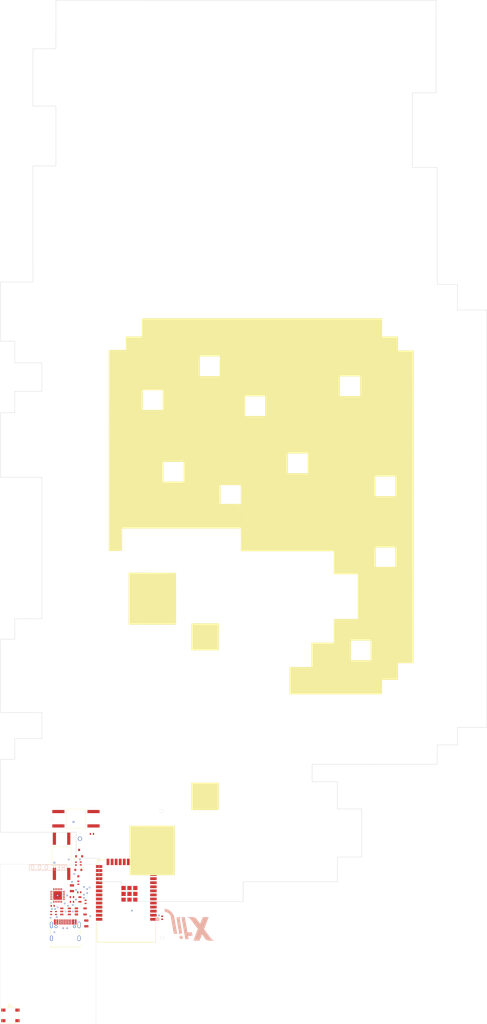
<source format=kicad_pcb>
(kicad_pcb (version 20171130) (host pcbnew 5.0.2)
  (general
    (links 0)
    (no_connects 0)
    (area 0 0 0 0)
    (thickness 1.6)
    (drawings 10)
    (tracks 0)
    (zones 0)
    (modules 0)
    (nets 66))
  (page A4)  (layers    
    (0 F.Cu signal)
    (1 In1.Cu signal)
    (2 In2.Cu signal)
    (31 B.Cu signal)
    (32 B.Adhes user)
    (33 F.Adhes user)
    (34 B.Paste user)
    (35 F.Paste user)
    (36 B.SilkS user)
    (37 F.SilkS user)
    (38 B.Mask user)
    (39 F.Mask user)
    (40 Dwgs.User user)
    (41 Cmts.User user)
    (42 Eco1.User user)
    (43 Eco2.User user)
    (44 Edge.Cuts user)
    (45 Margin user)
    (46 B.CrtYd user)
    (47 F.CrtYd user)
    (48 B.Fab user)
    (49 F.Fab user))
  (setup
    (last_trace_width 0)
    (trace_clearance 0.09)
    (zone_clearance 0)
    (zone_45_only no)
    (trace_min 0.09)
    (segment_width 0.2)
    (edge_width 0.15)
    (via_size 0.46)
    (via_drill 0.2)
    (via_min_size 0.46)
    (via_min_drill 0.2)
    (uvia_size 0.01)
    (uvia_drill 0)
    (uvias_allowed no)
    (uvia_min_size 0)
    (uvia_min_drill 0)
    (pcb_text_width 0.3)
    (pcb_text_size 1.5 1.5)
    (mod_edge_width 0.15)
    (mod_text_size 1 1)
    (mod_text_width 0.15)
    (pad_size 1.524 1.524)
    (pad_drill 0.762)
    (pad_to_mask_clearance 0.051)
    (aux_axis_origin 0 0)
    (visible_elements FFFFFF7F)
    (pcbplotparams
      (layerselection 0x00030_80000001)
      (usegerberextensions false)
      (excludeedgelayer true)
      (linewidth 0.050000)
      (plotframeref false)
      (viasonmask false)
      (mode 1)
      (useauxorigin false)
      (hpglpennumber 1)
      (hpglpenspeed 20)
      (hpglpendiameter 15)
      (hpglpenoverlay 2)
      (psnegative false)
      (psa4output false)
      (plotreference true)
      (plotvalue true)
      (plotinvisibletext false)
      (padsonsilk false)
      (subtractmaskfromsilk false)
      (outputformat 1)
      (mirror false)
      (drillshape 1)
      (scaleselection 1)
      (outputdirectory ""))
  )  
  (net 1 "NetU2_11")
  (net 2 "usb-d_N")
  (net 3 "NetJ1_B8")
  (net 4 "NetU2_20")
  (net 5 "NetU2_29")
  (net 6 "NetU2_7")
  (net 7 "NetU3_18")
  (net 8 "NetU2_12")
  (net 9 "ESP-RX")
  (net 10 "NetQ1_1")
  (net 11 "NetU2_21")
  (net 12 "NetU2_32")
  (net 13 "NetU2_8")
  (net 14 "NetU3_19")
  (net 15 "button-io_gpio")
  (net 16 "NetU2_13")
  (net 17 "NetU2_22")
  (net 18 "NetU2_33")
  (net 19 "NetU2_9")
  (net 20 "NetU3_20")
  (net 21 "usb-d_P")
  (net 22 "ESP-TX")
  (net 23 "NetD2_c")
  (net 24 "NetQ2_1")
  (net 25 "NetU2_14")
  (net 26 "NetU2_23")
  (net 27 "NetU2_36")
  (net 28 "NetU3_1")
  (net 29 "NetU3_21")
  (net 30 "io0")
  (net 31 "Net*?_1")
  (net 32 "NetU2_16")
  (net 33 "GND")
  (net 34 "NetJ1_A5")
  (net 35 "NetR5_1")
  (net 36 "NetU2_24")
  (net 37 "NetU2_37")
  (net 38 "NetU3_10")
  (net 39 "NetU3_22")
  (net 40 "Net*_1-1")
  (net 41 "led-io0_gpio")
  (net 42 "NetU2_17")
  (net 43 "NetU2_26")
  (net 44 "NetU2_4")
  (net 45 "NetU3_14")
  (net 46 "NetU3_23")
  (net 47 "rst_reset")
  (net 48 "Net*_1-2")
  (net 49 "NetJ1_A8")
  (net 50 "NetU1_4")
  (net 51 "NetU2_18")
  (net 52 "NetU2_27")
  (net 53 "NetU2_5")
  (net 54 "NetU3_16")
  (net 55 "NetU3_24")
  (net 56 "p5v")
  (net 57 "Net3V3")
  (net 58 "NetJ1_B5")
  (net 59 "NetU2_10")
  (net 60 "DTR_ECI")
  (net 61 "NetU2_19")
  (net 62 "NetU2_28")
  (net 63 "NetU2_6")
  (net 64 "NetU3_17")
  (net 65 "RTS_ECI")  
  (module CAD:dummy0 (layer F.Cu) (tedit 00000000)
    (at 197.692004394531 58.7437878808594 0.0)    
    (fp_poly (pts (xy -4.28625 4.28625) (xy -4.28625 -4.28625) (xy 4.28625 -4.28625) (xy 4.28625 4.28625) (xy -4.28625 4.28625) (xy -4.28625 4.28625)) (layer F.SilkS) (width 0)))
  (module CAD:dummy1 (layer F.Cu) (tedit 00000000)
    (at 197.692004394531 8.84337038085937 0.0)    
    (fp_poly (pts (xy -4.28625 4.2333325) (xy -4.28625 -4.23333249999999) (xy 4.28625 -4.23333249999999) (xy 4.28625 4.2333325) (xy -4.28625 4.2333325) (xy -4.28625 4.2333325)) (layer F.SilkS) (width 0)))
  (module CAD:dummy2 (layer F.Cu) (tedit 00000000)
    (at 181.118504394531 75.6686528808594 0.0)    
    (fp_poly (pts (xy -7.09295 7.23265000000002) (xy -7.08025 -7.72795000000001) (xy 7.09295 -7.75335) (xy 7.09295 7.75335) (xy -7.09295 7.75335) (xy -7.09295 7.23265000000002)) (layer F.SilkS) (width 0)))
  (module CAD:dummy3 (layer F.Cu) (tedit 00000000)
    (at 181.169304394531 -3.10804461914063 0.0)    
    (fp_poly (pts (xy -7.44855 8.1414175) (xy -7.44855 -8.15834750000001) (xy -0.0137600000000049 -8.13117249999999) (xy 7.42102999999999 -8.10400249999999) (xy 7.44815 0.018707500000005) (xy 7.44855 8.15834750000001) (xy -7.44855 8.1414175) (xy -7.44855 8.1414175)) (layer F.SilkS) (width 0)))
  (module CAD:dummy4 (layer F.Cu) (tedit 00000000)
    (at 215.265629394531 -32.0082946191406 0.0)    
    (fp_poly (pts (xy 47.724825 -44.9527075) (xy 47.724715 -44.5855225) (xy 47.724485 -44.0143225) (xy 47.724145 -43.2467475) (xy 47.723695 -42.2904575) (xy 47.723135 -41.1530925) (xy 47.722475 -39.8423025) (xy 47.72172 -38.3657425) (xy 47.72087 -36.7310525) (xy 47.71993 -34.9458875) (xy 47.718905 -33.0178975) (xy 47.7178 -30.9547225) (xy 47.71662 -28.7640225) (xy 47.715365 -26.4534325) (xy 47.71404 -24.0306175) (xy 47.712655 -21.5032125) (xy 47.711205 -18.8788725) (xy 47.709705 -16.1652475) (xy 47.70815 -13.3699825) (xy 47.706545 -10.5007275) (xy 47.7049 -7.56512749999999) (xy 47.70321 -4.5708425) (xy 47.70149 -1.5255075) (xy 47.699735 1.56321750000001) (xy 47.698365 3.96874750000001) (xy 47.672625 49.1066675) (xy 42.80429 49.1066675) (xy 42.80429 54.2924975) (xy 37.830125 54.2924975) (xy 37.830125 58.8433325) (xy 8.83178999999998 58.8433325) (xy 8.83178999999998 50.2708325) (xy 15.710955 50.2708325) (xy 15.710955 42.6508325) (xy 22.695955 42.6508325) (xy 22.695955 35.2424975) (xy 30.210125 35.2424975) (xy 30.210125 21.2724975) (xy 22.695955 21.2724975) (xy 22.695955 14.0758325) (xy -6.40821000000001 14.0758325) (xy -6.41667500000001 -6.6167025) (xy -12.741275 -6.6167025) (xy -12.741275 -0.749302499999999) (xy -6.42514000000001 -0.774702499999989) (xy -6.41667500000001 6.9595975) (xy -43.526075 6.9595975) (xy -43.55571 13.9699975) (xy -47.742475 14.0080975) (xy -47.742475 9.3344975) (xy -47.742475 8.8010975) (xy -47.742475 8.07719750000001) (xy -47.742475 7.13739749999999) (xy -47.742475 6.0578975) (xy -47.742475 4.8259975) (xy -47.742475 3.39089749999999) (xy -47.742475 1.81609750000001) (xy -47.742475 0.114297499999992) (xy -47.742475 -1.6637025) (xy -47.742475 -3.61325250000002) (xy -47.742475 -5.65150249999999) (xy -47.742475 -7.79780249999999) (xy -47.742475 -9.8933025) (xy -47.742475 -12.3190025) (xy -47.742475 -14.5542025) (xy -47.742475 -16.9926025) (xy -47.742475 -19.3675025) (xy -47.742475 -21.7678025) (xy -47.742475 -22.2758025) (xy -47.748825 -48.9204025) (xy -42.427525 -48.9204025) (xy -42.391545 -53.1283325) (xy -37.417375 -53.1283325) (xy -37.417375 -58.8433325) (xy -30.85571 -58.8433325) (xy -30.85571 -36.3008325) (xy -37.099875 -36.3008325) (xy -37.099875 -30.1625025) (xy -30.85571 -30.1625025) (xy -30.85571 -36.3008325) (xy -30.85571 -58.8433325) (xy -24.294045 -58.8433325) (xy -24.298275 -13.8684025) (xy -30.622875 -13.8684025) (xy -30.619205 -10.8458025) (xy -30.622875 -7.73430249999998) (xy -27.447875 -7.73430249999998) (xy -24.285575 -7.73430249999998) (xy -24.285575 -13.8557025) (xy -24.294045 -58.8433325) (xy -12.969875 -58.8433325) (xy -12.969875 -46.8841675) (xy -19.214045 -46.8841675) (xy -19.214045 -40.7458325) (xy -12.969875 -40.7458325) (xy -12.969875 -46.8841675) (xy -12.969875 -58.8433325) (xy 1.21178999999998 -58.8433325) (xy 1.21178999999998 -34.3958325) (xy -5.03237500000001 -34.3958325) (xy -5.03237500000001 -28.2575025) (xy 1.21178999999998 -28.2575025) (xy 1.21178999999998 -34.3958325) (xy 1.21178999999998 -58.8433325) (xy 14.54679 -58.8433325) (xy 14.54679 -16.5100025) (xy 8.30262499999999 -16.5100025) (xy 8.30262499999999 -10.3716675) (xy 14.54679 -10.3716675) (xy 14.54679 -16.5100025) (xy 14.54679 -58.8433325) (xy 30.950955 -58.8433325) (xy 30.950955 -40.6400025) (xy 24.600955 -40.6400025) (xy 24.600955 -34.5016675) (xy 30.950955 -34.5016675) (xy 30.950955 -40.6400025) (xy 30.950955 -58.8433325) (xy 34.23179 -58.8433325) (xy 34.23179 42.0158325) (xy 28.093455 42.0158325) (xy 28.093455 48.1541675) (xy 34.23179 48.1541675) (xy 34.23179 42.0158325) (xy 34.23179 -58.8433325) (xy 37.830125 -58.8433325) (xy 37.830125 -53.1283325) (xy 41.957625 -53.1283325) (xy 41.957625 -9.3133325) (xy 35.713455 -9.3133325) (xy 35.713455 -3.17500250000001) (xy 41.957625 -3.17500250000001) (xy 41.957625 12.9116675) (xy 35.81929 12.9116675) (xy 35.81929 18.9441675) (xy 41.957625 18.9441675) (xy 41.957625 12.9116675) (xy 41.957625 -3.17500250000001) (xy 41.957625 -9.3133325) (xy 41.957625 -53.1283325) (xy 42.80429 -53.1283325) (xy 42.795825 -48.7807025) (xy 45.264915 -48.7646625) (xy 47.748825 -48.7362525) (xy 47.724825 -44.9527075) (xy 47.724825 -44.9527075)) (layer F.SilkS) (width 0)))
  (module CAD:dummy5 (layer F.Cu) (tedit 00000000)
    (at 185.595254394531 -125.363879619141 0.0)    
    (fp_poly (pts (xy 3.301095 20.1994925) (xy -1.05410000000001 20.1908825) (xy -1.054155 15.5416275) (xy -1.0414 10.9579825) (xy -7.4676 10.9706825) (xy -7.4295 -20.2035825) (xy 1.56633 -20.2035825) (xy 1.5621 -12.4862175) (xy 2.5781 -12.4862175) (xy 3.0607 -12.4862175) (xy 3.6703 -12.4862175) (xy 4.5212 -12.4862175) (xy 5.101675 -12.4797775) (xy 5.49361999999999 -12.4782975) (xy 7.4549 -12.4862175) (xy 7.4617 -5.6805525) (xy 7.4549 -4.34551750000003) (xy 7.4676 -2.82151750000003) (xy 7.463275 -1.2783475) (xy 7.4549 0.378882500000003) (xy 7.4549 2.18228249999999) (xy 7.4549 3.96028250000001) (xy 7.4549 5.77638250000001) (xy 7.4549 7.52898249999998) (xy 7.4549 9.19268249999999) (xy 7.4549 10.8182825) (xy 7.4549 10.8817825) (xy 7.4549 20.2035825) (xy 3.301095 20.1994925) (xy 3.301095 20.1994925)) (layer F.Mask) (width 0)))
  (module CAD:dummy6 (layer F.Cu) (tedit 00000000)
    (at 216.153569394531 -29.4857021191406 0.0)    
    (fp_poly (pts (xy 53.34635 64.152405) (xy 53.34635 69.549905) (xy 7.94385 69.549905) (xy 7.94385 55.68574) (xy 36.307185 55.68574) (xy 36.307185 51.134905) (xy 41.28135 51.134905) (xy 41.28135 45.949075) (xy 46.149685 45.949075) (xy 46.149705 25.81428) (xy 46.15002 23.80108) (xy 46.15093 21.59551) (xy 46.152415 19.21687) (xy 46.15445 16.68445) (xy 46.156995 14.01756) (xy 46.16003 11.23548) (xy 46.163525 8.35751999999999) (xy 46.167455 5.402975) (xy 46.171785 2.39113499999999) (xy 46.176495 -0.658694999999994) (xy 46.18155 -3.727225) (xy 46.186925 -6.79515000000001) (xy 46.19259 -9.84317999999999) (xy 46.19852 -12.85202) (xy 46.204685 -15.802365) (xy 46.21106 -18.67492) (xy 46.21761 -21.450395) (xy 46.220195 -22.498635) (xy 46.175085 -51.315995) (xy 41.945985 -51.341395) (xy 41.958685 -55.684795) (xy 36.992985 -55.659395) (xy 36.954885 -61.387095) (xy -38.343415 -61.348995) (xy -38.318015 -55.684795) (xy -40.527815 -55.672095) (xy -43.321815 -55.672095) (xy -43.321815 -52.928895) (xy -43.321815 -51.417595) (xy -48.655815 -51.417595) (xy -48.668515 -20.620095) (xy -48.681215 11.485505) (xy -51.322815 11.447405) (xy -51.322815 19.067405) (xy -58.942815 18.991205) (xy -58.942815 10.533005) (xy -58.942815 9.75830500000001) (xy -58.942815 8.704205) (xy -58.942815 7.53580500000001) (xy -58.942815 6.45630499999999) (xy -58.942815 4.71640500000001) (xy -58.942815 3.34480500000001) (xy -58.942815 1.50330500000001) (xy -58.942815 -0.655695000000009) (xy -58.942815 -2.890895) (xy -58.942815 -5.100695) (xy -58.942815 -7.41209499999999) (xy -58.942815 -9.990195) (xy -58.942815 -12.453995) (xy -58.942815 -14.866995) (xy -58.942815 -17.216495) (xy -58.955515 -20.277195) (xy -58.942815 -22.829895) (xy -58.930115 -25.407995) (xy -58.930115 -27.109795) (xy -58.930115 -28.4253) (xy -58.955515 -58.834395) (xy -52.161015 -58.834395) (xy -52.169485 -69.26867) (xy -28.38344 -69.338935) (xy -26.02323 -69.34584) (xy -23.47245 -69.353175) (xy -20.7522 -69.36089) (xy -17.883565 -69.368925) (xy -14.88765 -69.377225) (xy -11.78555 -69.385735) (xy -8.59835999999999 -69.394395) (xy -5.34716999999999 -69.40315) (xy -2.053085 -69.41194) (xy 1.2628 -69.42072) (xy 4.57939999999999 -69.429425) (xy 7.87560500000001 -69.438) (xy 11.130325 -69.44639) (xy 14.322465 -69.454535) (xy 17.43093 -69.462385) (xy 20.434625 -69.46988) (xy 23.312445 -69.476965) (xy 24.374475 -69.47955) (xy 53.34635 -69.549905) (xy 53.34635 -63.800095) (xy 58.955515 -63.800095) (xy 58.955515 64.152405) (xy 53.34635 64.152405) (xy 53.34635 64.152405)) (layer F.Mask) (width 0)))
  (module CAD:dummy7 (layer F.Cu) (tedit 00000000)
    (at 197.643319394531 33.1321228808594 0.0)    
    (fp_poly (pts (xy 32.909935 -30.95625) (xy 32.909935 -23.01875) (xy 26.4541 -23.01875) (xy 26.4541 -15.39875) (xy 19.1516 -15.39875) (xy 19.1516 13.49375) (xy 28.0416 13.49375) (xy 28.0416 21.325415) (xy 32.063265 21.325415) (xy 32.063265 29.68625) (xy 39.7891 29.68625) (xy 39.7891 43.33875) (xy 9.9441 43.33875) (xy 9.9441 51.27625) (xy -24.6634 51.27625) (xy -24.6634 43.44458) (xy -32.071735 43.44458) (xy -32.071735 34.76625) (xy -40.644235 34.76625) (xy -40.644235 -38.047085) (xy -32.071735 -38.047085) (xy -32.071735 -45.032085) (xy -24.6634 -45.032085) (xy -24.6634 -51.27625) (xy -9.42340000000001 -51.27625) (xy -9.063565 -44.35052) (xy -23.947965 -44.37592) (xy -23.922565 -28.06912) (xy -18.474265 -28.08182) (xy -18.3134 -22.27792) (xy -31.0134 -22.27792) (xy -31.0134 26.19375) (xy -18.3134 26.19375) (xy -18.3134 20.055415) (xy -25.086735 20.055415) (xy -25.086735 5.02708000000001) (xy -18.3134 5.02708000000001) (xy -18.3134 -1.11124999999998) (xy -25.086735 -1.11124999999998) (xy -25.086735 -16.139585) (xy -18.3134 -16.139585) (xy -18.3134 -22.27792) (xy -18.423465 -28.08182) (xy -9.012765 -28.11992) (xy -9.012765 -44.33782) (xy -9.42340000000001 -51.27625) (xy 3.59409999999999 -51.27625) (xy 3.59409999999999 -27.78125) (xy -8.682565 -27.78125) (xy -8.682565 -15.504585) (xy -3.285065 -15.504585) (xy -3.285065 7.24957999999999) (xy -9.42340000000001 7.24957999999999) (xy -9.42340000000001 13.49375) (xy -9.42340000000001 34.76625) (xy -23.605065 34.76625) (xy -23.605065 50.32375) (xy -9.42340000000001 50.32375) (xy -9.42340000000001 34.76625) (xy -9.42340000000001 13.49375) (xy -3.285065 13.49375) (xy -3.285065 7.24957999999999) (xy -3.285065 -15.504585) (xy 3.59409999999999 -15.504585) (xy 3.59409999999999 22.06625) (xy -8.682565 22.06625) (xy -8.682565 34.13125) (xy 3.59409999999999 34.13125) (xy 3.59409999999999 22.06625) (xy 3.59409999999999 -15.504585) (xy 3.59409999999999 -27.78125) (xy 3.59409999999999 -51.27625) (xy 9.62659999999999 -51.27625) (xy 9.62659999999999 -43.02125) (xy 40.618835 -42.94082) (xy 40.618835 -39.91822) (xy 40.644235 -38.80062) (xy 40.644235 -37.64492) (xy 40.644235 -36.56542) (xy 40.644235 -35.43512) (xy 40.644235 -34.434255) (xy 40.644235 -33.75872) (xy 40.644235 -30.96472) (xy 32.909935 -30.95625) (xy 32.909935 -30.95625)) (layer F.Mask) (width 0)))
  (module CAD:dummy8 (layer F.Cu) (tedit 00000000)
    (at 149.273254394531 -90.2527471191406 0.0)    
    (fp_poly (pts (xy 0.211665 0.988619999999997) (xy 0.211665 7.550285) (xy -1.561045 7.55055999999999) (xy -2.272785 7.55462) (xy -3.118095 7.565685) (xy -4.019045 7.58235999999999) (xy -4.897705 7.60326000000001) (xy -5.476875 7.62027499999999) (xy -7.62 7.68971500000001) (xy -7.5946 -7.65585000000002) (xy -2.36385 -7.61950999999999) (xy -1.226435 -7.63401999999999) (xy -0.0696550000000009 -7.64752000000001) (xy 1.07237 -7.65969000000001) (xy 2.1655 -7.67021500000001) (xy 3.175615 -7.67878999999999) (xy 4.068575 -7.68509499999999) (xy 4.81026 -7.68880999999999) (xy 5.25615 -7.68971500000001) (xy 7.62 -7.68971500000001) (xy 7.62 0.988619999999997) (xy 0.211665 0.988619999999997) (xy 0.211665 0.988619999999997)) (layer F.Mask) (width 0)))
  (module CAD:dummy9 (layer F.Cu) (tedit 00000000)
    (at 145.516169394531 -51.9578771191406 0.0)    
    (fp_poly (pts (xy -3.83646 7.77875) (xy -3.902605 7.44801999999999) (xy -3.91362 7.288905) (xy -3.92406 6.93602999999999) (xy -3.93378 6.40729499999998) (xy -3.942615 5.72060999999999) (xy -3.95042 4.89387499999998) (xy -3.957045 3.94499999999999) (xy -3.962335 2.89187999999999) (xy -3.966135 1.75242499999999) (xy -3.968295 0.544539999999984) (xy -3.96875 -0.330730000000017) (xy -3.96875 -7.77875) (xy 3.96875 -7.77875) (xy 3.96875 7.77875) (xy -3.83646 7.77875) (xy -3.83646 7.77875)) (layer F.Mask) (width 0)))
  (module CAD:dummy10 (layer F.Cu) (tedit 00000000)
    (at 145.251586894531 55.0396203808594 0.0)    
    (fp_poly (pts (xy -4.0216675 7.8845825) (xy -4.0216675 -7.8845825) (xy 4.0216675 -7.8845825) (xy 4.0216675 7.8845825) (xy -4.0216675 7.8845825) (xy -4.0216675 7.8845825)) (layer F.Mask) (width 0)))
  (module CAD:dummy11 (layer F.Cu) (tedit 00000000)
    (at 145.251586894531 17.1512878808594 0.0)    
    (fp_poly (pts (xy -4.0216675 7.884585) (xy -4.0216675 -7.884585) (xy 4.0216675 -7.884585) (xy 4.0216675 7.884585) (xy -4.0216675 7.884585) (xy -4.0216675 7.884585)) (layer F.Mask) (width 0)))
  (module CAD:ipc_two_pin_landpattern_6 (layer F.Cu) (tedit 00000000)
    (at 158.0 85.77139 180.0)    
    (pad 1 smd rect
      (at 0.0 -0.47861 180.0)
      (size 0.6 0.41778)
      (net 33 "GND")
      (layers F.Cu F.Paste))
    (pad 2 smd rect
      (at 0.0 0.47861 180.0)
      (size 0.6 0.41778)
      (net 47 "rst_reset")
      (layers F.Cu F.Paste))    
    (fp_line (start -0.55 0.9375) (end 0.55 0.9375) (layer F.CrtYd) (width 0.05))
    (fp_line (start 0.55 0.9375) (end 0.55 -0.9375) (layer F.CrtYd) (width 0.05))
    (fp_line (start 0.55 -0.9375) (end -0.55 -0.9375) (layer F.CrtYd) (width 0.05))
    (fp_line (start -0.55 -0.9375) (end -0.55 0.9375) (layer F.CrtYd) (width 0.05)))
  (module CAD:ipc_two_pin_landpattern_2 (layer F.Cu) (tedit 00000000)
    (at 160.25 91.75 0.0)    
    (pad 1 smd rect
      (at 0.0 -0.49111 0.0)
      (size 0.6 0.44278)
      (net 33 "GND")
      (layers F.Cu F.Paste))
    (pad 2 smd rect
      (at 0.0 0.49111 0.0)
      (size 0.6 0.44278)
      (net 57 "Net3V3")
      (layers F.Cu F.Paste))    
    (fp_line (start -0.55 0.9625) (end -0.55 -0.9625) (layer F.CrtYd) (width 0.05))
    (fp_line (start -0.55 -0.9625) (end 0.55 -0.9625) (layer F.CrtYd) (width 0.05))
    (fp_line (start 0.55 -0.9625) (end 0.55 0.9625) (layer F.CrtYd) (width 0.05))
    (fp_line (start 0.55 0.9625) (end -0.55 0.9625) (layer F.CrtYd) (width 0.05)))
  (module CAD:ipc_two_pin_landpattern_6 (layer F.Cu) (tedit 00000000)
    (at 184.25 96.72861 180.0)    
    (pad 1 smd rect
      (at 0.0 -0.47861 180.0)
      (size 0.6 0.41778)
      (net 33 "GND")
      (layers F.Cu F.Paste))
    (pad 2 smd rect
      (at 0.0 0.47861 180.0)
      (size 0.6 0.41778)
      (net 57 "Net3V3")
      (layers F.Cu F.Paste))    
    (fp_line (start -0.55 0.9375) (end 0.55 0.9375) (layer F.CrtYd) (width 0.05))
    (fp_line (start 0.55 0.9375) (end 0.55 -0.9375) (layer F.CrtYd) (width 0.05))
    (fp_line (start 0.55 -0.9375) (end -0.55 -0.9375) (layer F.CrtYd) (width 0.05))
    (fp_line (start -0.55 -0.9375) (end -0.55 0.9375) (layer F.CrtYd) (width 0.05)))
  (module CAD:ipc_two_pin_landpattern_6 (layer F.Cu) (tedit 00000000)
    (at 156.0 91.75 270.0)    
    (pad 1 smd rect
      (at 0.0 -0.47861 270.0)
      (size 0.6 0.41778)
      (net 33 "GND")
      (layers F.Cu F.Paste))
    (pad 2 smd rect
      (at 0.0 0.47861 270.0)
      (size 0.6 0.41778)
      (net 56 "p5v")
      (layers F.Cu F.Paste))    
    (fp_line (start -0.55 0.9375) (end 0.55 0.9375) (layer F.CrtYd) (width 0.05))
    (fp_line (start 0.55 0.9375) (end 0.55 -0.9375) (layer F.CrtYd) (width 0.05))
    (fp_line (start 0.55 -0.9375) (end -0.55 -0.9375) (layer F.CrtYd) (width 0.05))
    (fp_line (start -0.55 -0.9375) (end -0.55 0.9375) (layer F.CrtYd) (width 0.05)))
  (module CAD:JLCtoolinghole (layer F.Cu) (tedit 00000000)
    (at 184.0 63.25 0.0)    
    (pad 1 thru_hole oval
      (at 0.0 0.0 0.0)
      (size 1.152 1.152)
      (net 31 "Net*?_1")
      (drill 1.152)
      (layers *.Cu )))
  (module CAD:keystone_500x_pkg (layer F.Cu) (tedit 00000000)
    (at 158.5 72.0 0.0)    
    (pad p thru_hole oval
      (at 0.0 0.0 0.0)
      (size 1.32 1.32)
      (net 33 "GND")
      (drill 1.02)
      (layers *.Cu ))    
    (fp_line (start -1.27 1.27) (end -1.27 -1.27) (layer F.CrtYd) (width 0.05))
    (fp_line (start -1.27 -1.27) (end 1.27 -1.27) (layer F.CrtYd) (width 0.05))
    (fp_line (start 1.27 -1.27) (end 1.27 1.27) (layer F.CrtYd) (width 0.05))
    (fp_line (start 1.27 1.27) (end -1.27 1.27) (layer F.CrtYd) (width 0.05))
    (fp_line (start -1.27 1.27) (end -1.27 -1.27) (layer F.CrtYd) (width 0.05))
    (fp_line (start -1.27 -1.27) (end 1.27 -1.27) (layer F.CrtYd) (width 0.05))
    (fp_line (start 1.27 1.27) (end 1.27 -1.27) (layer F.CrtYd) (width 0.05))
    (fp_line (start -1.27 1.27) (end 1.27 1.27) (layer F.CrtYd) (width 0.05)))
  (module CAD:IC38_ESP32_WROOM_328MB_EXP (layer F.Cu) (tedit 00000000)
    (at 173.0 91.5 180.0)    
    (pad 1 smd rect
      (at -8.5 -5.7037 180.0)
      (size 2.0066 0.889)
      (net 33 "GND")
      (layers F.Cu F.Paste))
    (pad 2 smd rect
      (at -8.5 -4.4337 180.0)
      (size 2.0066 0.889)
      (net 57 "Net3V3")
      (layers F.Cu F.Paste))
    (pad 3 smd rect
      (at -8.5 -3.1637 180.0)
      (size 2.0066 0.889)
      (net 47 "rst_reset")
      (layers F.Cu F.Paste))
    (pad 4 smd rect
      (at -8.5 -1.8937 180.0)
      (size 2.0066 0.889)
      (net 44 "NetU2_4")
      (layers F.Cu F.Paste))
    (pad 5 smd rect
      (at -8.5 -0.6237 180.0)
      (size 2.0066 0.889)
      (net 53 "NetU2_5")
      (layers F.Cu F.Paste))
    (pad 6 smd rect
      (at -8.5 0.6463 180.0)
      (size 2.0066 0.889)
      (net 63 "NetU2_6")
      (layers F.Cu F.Paste))
    (pad 7 smd rect
      (at -8.5 1.9163 180.0)
      (size 2.0066 0.889)
      (net 6 "NetU2_7")
      (layers F.Cu F.Paste))
    (pad 8 smd rect
      (at -8.5 3.1863 180.0)
      (size 2.0066 0.889)
      (net 13 "NetU2_8")
      (layers F.Cu F.Paste))
    (pad 9 smd rect
      (at -8.5 4.4563 180.0)
      (size 2.0066 0.889)
      (net 19 "NetU2_9")
      (layers F.Cu F.Paste))
    (pad 10 smd rect
      (at -8.5 5.7263 180.0)
      (size 2.0066 0.889)
      (net 59 "NetU2_10")
      (layers F.Cu F.Paste))
    (pad 11 smd rect
      (at -8.5 6.9963 180.0)
      (size 2.0066 0.889)
      (net 1 "NetU2_11")
      (layers F.Cu F.Paste))
    (pad 12 smd rect
      (at -8.5 8.2663 180.0)
      (size 2.0066 0.889)
      (net 8 "NetU2_12")
      (layers F.Cu F.Paste))
    (pad 13 smd rect
      (at -8.5 9.5363 180.0)
      (size 2.0066 0.889)
      (net 16 "NetU2_13")
      (layers F.Cu F.Paste))
    (pad 14 smd rect
      (at -8.5 10.8063 180.0)
      (size 2.0066 0.889)
      (net 25 "NetU2_14")
      (layers F.Cu F.Paste))
    (pad 15 smd rect
      (at -5.715 12.2475 180.0)
      (size 0.889 2.0066)
      (net 33 "GND")
      (layers F.Cu F.Paste))
    (pad 16 smd rect
      (at -4.445 12.2475 180.0)
      (size 0.889 2.0066)
      (net 32 "NetU2_16")
      (layers F.Cu F.Paste))
    (pad 17 smd rect
      (at -3.175 12.2475 180.0)
      (size 0.889 2.0066)
      (net 42 "NetU2_17")
      (layers F.Cu F.Paste))
    (pad 18 smd rect
      (at -1.905 12.2475 180.0)
      (size 0.889 2.0066)
      (net 51 "NetU2_18")
      (layers F.Cu F.Paste))
    (pad 19 smd rect
      (at -0.635 12.2475 180.0)
      (size 0.889 2.0066)
      (net 61 "NetU2_19")
      (layers F.Cu F.Paste))
    (pad 20 smd rect
      (at 0.635 12.2475 180.0)
      (size 0.889 2.0066)
      (net 4 "NetU2_20")
      (layers F.Cu F.Paste))
    (pad 21 smd rect
      (at 1.905 12.2475 180.0)
      (size 0.889 2.0066)
      (net 11 "NetU2_21")
      (layers F.Cu F.Paste))
    (pad 22 smd rect
      (at 3.175 12.2475 180.0)
      (size 0.889 2.0066)
      (net 17 "NetU2_22")
      (layers F.Cu F.Paste))
    (pad 23 smd rect
      (at 4.445 12.2475 180.0)
      (size 0.889 2.0066)
      (net 26 "NetU2_23")
      (layers F.Cu F.Paste))
    (pad 24 smd rect
      (at 5.715 12.2475 180.0)
      (size 0.889 2.0066)
      (net 36 "NetU2_24")
      (layers F.Cu F.Paste))
    (pad 25 smd rect
      (at 8.5 10.8063 180.0)
      (size 2.0066 0.889)
      (net 30 "io0")
      (layers F.Cu F.Paste))
    (pad 26 smd rect
      (at 8.5 9.5363 180.0)
      (size 2.0066 0.889)
      (net 43 "NetU2_26")
      (layers F.Cu F.Paste))
    (pad 27 smd rect
      (at 8.5 8.2663 180.0)
      (size 2.0066 0.889)
      (net 52 "NetU2_27")
      (layers F.Cu F.Paste))
    (pad 28 smd rect
      (at 8.5 6.9963 180.0)
      (size 2.0066 0.889)
      (net 62 "NetU2_28")
      (layers F.Cu F.Paste))
    (pad 29 smd rect
      (at 8.5 5.7263 180.0)
      (size 2.0066 0.889)
      (net 5 "NetU2_29")
      (layers F.Cu F.Paste))
    (pad 30 smd rect
      (at 8.5 4.4563 180.0)
      (size 2.0066 0.889)
      (net 15 "button-io_gpio")
      (layers F.Cu F.Paste))
    (pad 31 smd rect
      (at 8.5 3.1863 180.0)
      (size 2.0066 0.889)
      (net 41 "led-io0_gpio")
      (layers F.Cu F.Paste))
    (pad 32 smd rect
      (at 8.5 1.9163 180.0)
      (size 2.0066 0.889)
      (net 12 "NetU2_32")
      (layers F.Cu F.Paste))
    (pad 33 smd rect
      (at 8.5 0.6463 180.0)
      (size 2.0066 0.889)
      (net 18 "NetU2_33")
      (layers F.Cu F.Paste))
    (pad 34 smd rect
      (at 8.5 -0.6237 180.0)
      (size 2.0066 0.889)
      (net 9 "ESP-RX")
      (layers F.Cu F.Paste))
    (pad 35 smd rect
      (at 8.5 -1.8937 180.0)
      (size 2.0066 0.889)
      (net 22 "ESP-TX")
      (layers F.Cu F.Paste))
    (pad 36 smd rect
      (at 8.5 -3.1637 180.0)
      (size 2.0066 0.889)
      (net 27 "NetU2_36")
      (layers F.Cu F.Paste))
    (pad 37 smd rect
      (at 8.5 -4.4337 180.0)
      (size 2.0066 0.889)
      (net 37 "NetU2_37")
      (layers F.Cu F.Paste))
    (pad 38 smd rect
      (at 8.5 -5.7037 180.0)
      (size 2.0066 0.889)
      (net 33 "GND")
      (layers F.Cu F.Paste))
    (pad 39 smd rect
      (at -2.83929 0.40528 180.0)
      (size 1.3208 1.3208)
      (net 33 "GND")
      (layers F.Cu F.Paste))
    (pad 40 smd rect
      (at -1.00429 0.40528 180.0)
      (size 1.3208 1.3208)
      (net 33 "GND")
      (layers F.Cu F.Paste))
    (pad 41 smd rect
      (at 0.83071 0.40528 180.0)
      (size 1.3208 1.3208)
      (net 33 "GND")
      (layers F.Cu F.Paste))
    (pad 42 smd rect
      (at -2.83929 2.24028 180.0)
      (size 1.3208 1.3208)
      (net 33 "GND")
      (layers F.Cu F.Paste))
    (pad 43 smd rect
      (at -1.00429 2.24028 180.0)
      (size 1.3208 1.3208)
      (net 33 "GND")
      (layers F.Cu F.Paste))
    (pad 44 smd rect
      (at 0.83071 2.24028 180.0)
      (size 1.3208 1.3208)
      (net 33 "GND")
      (layers F.Cu F.Paste))
    (pad 45 smd rect
      (at -2.83929 4.07528 180.0)
      (size 1.3208 1.3208)
      (net 33 "GND")
      (layers F.Cu F.Paste))
    (pad 46 smd rect
      (at -1.00429 4.07528 180.0)
      (size 1.3208 1.3208)
      (net 33 "GND")
      (layers F.Cu F.Paste))
    (pad 47 smd rect
      (at 0.83071 4.07528 180.0)
      (size 1.3208 1.3208)
      (net 33 "GND")
      (layers F.Cu F.Paste))    
    (fp_line (start -9.7573 13.5048) (end -9.7573 -13.0048) (layer F.CrtYd) (width 0.05))
    (fp_line (start -9.7573 -13.0048) (end 9.7573 -13.0048) (layer F.CrtYd) (width 0.05))
    (fp_line (start 9.7573 -13.0048) (end 9.7573 13.5048) (layer F.CrtYd) (width 0.05))
    (fp_line (start 9.7573 13.5048) (end -9.7573 13.5048) (layer F.CrtYd) (width 0.05))
    (fp_line (start 9.7573 -13.0048) (end -9.7573 -13.0048) (layer F.CrtYd) (width 0.05))
    (fp_line (start -9.7573 -13.0048) (end -9.7573 13.5048) (layer F.CrtYd) (width 0.05))
    (fp_line (start -9.7573 13.5048) (end 9.7573 13.5048) (layer F.CrtYd) (width 0.05))
    (fp_line (start 9.7573 13.5048) (end 9.7573 -13.0048) (layer F.CrtYd) (width 0.05))
    (fp_line (start -9.1313 12.8778) (end -6.49224 12.8778) (layer F.SilkS) (width 0.1524))
    (fp_line (start 9.1313 12.8778) (end 9.1313 11.58354) (layer F.SilkS) (width 0.1524))
    (fp_line (start -9.1313 -12.8778) (end 9.1313 -12.8778) (layer F.SilkS) (width 0.1524))
    (fp_line (start -9.1313 -6.48094) (end -9.1313 -12.8778) (layer F.SilkS) (width 0.1524))
    (fp_line (start -9.1313 12.8778) (end -9.1313 11.58354) (layer F.SilkS) (width 0.1524))
    (fp_line (start 9.1313 -6.48094) (end 9.1313 -12.8778) (layer F.SilkS) (width 0.1524))
    (fp_line (start 6.49224 12.8778) (end 9.1313 12.8778) (layer F.SilkS) (width 0.1524))
    (fp_arc (start -9.7663 -5.7037) (end -9.51875915757977 -5.41407173595472) (angle -98.96000672) (layer F.SilkS) (width 0.508))
    (fp_arc (start -9.7663 -5.7037) (end -10.1473 -5.7037) (angle -360.0) (layer B.SilkS) (width 0.508)))
  (module CAD:JLCtoolinghole (layer F.Cu) (tedit 00000000)
    (at 184.25 103.0 0.0)    
    (pad 1 thru_hole oval
      (at 0.0 0.0 0.0)
      (size 1.152 1.152)
      (net 40 "Net*_1-1")
      (drill 1.152)
      (layers *.Cu )))
  (module CAD:SOT95P280X100_3N (layer F.Cu) (tedit 00000000)
    (at 158.25 76.5 0.0)    
    (pad 1 smd rect
      (at -0.95 1.0 0.0)
      (size 0.6 0.7)
      (net 24 "NetQ2_1")
      (layers F.Cu F.Paste))
    (pad 2 smd rect
      (at 0.95 1.0 0.0)
      (size 0.6 0.7)
      (net 60 "DTR_ECI")
      (layers F.Cu F.Paste))
    (pad 3 smd rect
      (at 0.0 -1.0 0.0)
      (size 0.6 0.7)
      (net 30 "io0")
      (layers F.Cu F.Paste))    
    (fp_line (start -1.65 1.4) (end 1.65 1.4) (layer F.CrtYd) (width 0.05))
    (fp_line (start 1.65 1.4) (end 1.65 -1.4) (layer F.CrtYd) (width 0.05))
    (fp_line (start 1.65 -1.4) (end -1.65 -1.4) (layer F.CrtYd) (width 0.05))
    (fp_line (start -1.65 -1.4) (end -1.65 1.4) (layer F.CrtYd) (width 0.05))
    (fp_poly (pts (xy -1.24938 1.85019) (xy -1.24553 1.81117) (xy -1.24938 1.77216) (xy -1.26076 1.73464) (xy -1.27924 1.70006) (xy -1.30411 1.66975) (xy -1.33442 1.64488) (xy -1.369 1.6264) (xy -1.40652 1.61502) (xy -1.44553 1.61118) (xy -1.48455 1.61502) (xy -1.52207 1.6264) (xy -1.55665 1.64488) (xy -1.58696 1.66975) (xy -1.61183 1.70006) (xy -1.63031 1.73464) (xy -1.64169 1.77216) (xy -1.64553 1.81117) (xy -1.64169 1.85019) (xy -1.63031 1.88771) (xy -1.61183 1.92229) (xy -1.58696 1.9526) (xy -1.55665 1.97747) (xy -1.52207 1.99595) (xy -1.48455 2.00733) (xy -1.44553 2.01117) (xy -1.40652 2.00733) (xy -1.369 1.99595) (xy -1.33442 1.97747) (xy -1.30411 1.9526) (xy -1.27924 1.92229) (xy -1.26076 1.88771)) (layer F.SilkS) (width 0)))
  (module CAD:ipc_two_pin_landpattern_7 (layer F.Cu) (tedit 00000000)
    (at 158.29014 88.75 270.0)    
    (pad 1 smd rect
      (at 0.0 -0.45986 270.0)
      (size 0.6 0.38028)
      (net 41 "led-io0_gpio")
      (layers F.Cu F.Paste))
    (pad 2 smd rect
      (at 0.0 0.45986 270.0)
      (size 0.6 0.38028)
      (net 23 "NetD2_c")
      (layers F.Cu F.Paste))    
    (fp_line (start -0.55 0.9) (end -0.55 -0.9) (layer F.CrtYd) (width 0.05))
    (fp_line (start -0.55 -0.9) (end 0.55 -0.9) (layer F.CrtYd) (width 0.05))
    (fp_line (start 0.55 -0.9) (end 0.55 0.9) (layer F.CrtYd) (width 0.05))
    (fp_line (start 0.55 0.9) (end -0.55 0.9) (layer F.CrtYd) (width 0.05)))
  (module CAD:ipc_two_pin_landpattern_1 (layer F.Cu) (tedit 00000000)
    (at 158.75 79.75 0.0)    
    (pad 1 smd rect
      (at 0.0 -0.45611 0.0)
      (size 0.6 0.37278)
      (net 60 "DTR_ECI")
      (layers F.Cu F.Paste))
    (pad 2 smd rect
      (at 0.0 0.45611 0.0)
      (size 0.6 0.37278)
      (net 10 "NetQ1_1")
      (layers F.Cu F.Paste))    
    (fp_line (start -0.55 0.8925) (end -0.55 -0.8925) (layer F.CrtYd) (width 0.05))
    (fp_line (start -0.55 -0.8925) (end 0.55 -0.8925) (layer F.CrtYd) (width 0.05))
    (fp_line (start 0.55 -0.8925) (end 0.55 0.8925) (layer F.CrtYd) (width 0.05))
    (fp_line (start 0.55 0.8925) (end -0.55 0.8925) (layer F.CrtYd) (width 0.05)))
  (module CAD:ipc_two_pin_landpattern_7 (layer F.Cu) (tedit 00000000)
    (at 149.95986 93.0 90.0)    
    (pad 1 smd rect
      (at 0.0 -0.45986 90.0)
      (size 0.6 0.38028)
      (net 35 "NetR5_1")
      (layers F.Cu F.Paste))
    (pad 2 smd rect
      (at 0.0 0.45986 90.0)
      (size 0.6 0.38028)
      (net 57 "Net3V3")
      (layers F.Cu F.Paste))    
    (fp_line (start -0.55 0.9) (end -0.55 -0.9) (layer F.CrtYd) (width 0.05))
    (fp_line (start -0.55 -0.9) (end 0.55 -0.9) (layer F.CrtYd) (width 0.05))
    (fp_line (start 0.55 -0.9) (end 0.55 0.9) (layer F.CrtYd) (width 0.05))
    (fp_line (start 0.55 0.9) (end -0.55 0.9) (layer F.CrtYd) (width 0.05)))
  (module CAD:switch_lp (layer F.Cu) (tedit 00000000)
    (at 157.25 65.75 0.0)    
    (pad 1 smd rect
      (at -5.5 -2.25 0.0)
      (size 3.8 1.0)
      (net 33 "GND")
      (layers F.Cu F.Paste))
    (pad 2 smd rect
      (at -5.5 2.25 0.0)
      (size 3.8 1.0)
      (net 15 "button-io_gpio")
      (layers F.Cu F.Paste))
    (pad 3 smd rect
      (at 5.5 2.25 0.0)
      (size 3.8 1.0)
      (net 15 "button-io_gpio")
      (layers F.Cu F.Paste))
    (pad 4 smd rect
      (at 5.5 -2.25 0.0)
      (size 3.8 1.0)
      (net 33 "GND")
      (layers F.Cu F.Paste))    
    (fp_line (start -7.65 3.2) (end -7.65 -3.2) (layer F.CrtYd) (width 0.05))
    (fp_line (start -7.65 -3.2) (end 7.65 -3.2) (layer F.CrtYd) (width 0.05))
    (fp_line (start 7.65 -3.2) (end 7.65 3.2) (layer F.CrtYd) (width 0.05))
    (fp_line (start 7.65 3.2) (end -7.65 3.2) (layer F.CrtYd) (width 0.05))
    (fp_line (start -3.0 3.0) (end -3.0 -3.0) (layer F.SilkS) (width 0.0762))
    (fp_line (start -3.0 -3.0) (end 3.0 -3.0) (layer F.SilkS) (width 0.0762))
    (fp_line (start 3.0 3.0) (end 3.0 -3.0) (layer F.SilkS) (width 0.0762))
    (fp_line (start -3.0 3.0) (end 3.0 3.0) (layer F.SilkS) (width 0.0762)))
  (module CAD:ipc_two_pin_landpattern_2 (layer F.Cu) (tedit 00000000)
    (at 156.0 90.25 270.0)    
    (pad 1 smd rect
      (at 0.0 -0.49111 270.0)
      (size 0.6 0.44278)
      (net 33 "GND")
      (layers F.Cu F.Paste))
    (pad 2 smd rect
      (at 0.0 0.49111 270.0)
      (size 0.6 0.44278)
      (net 56 "p5v")
      (layers F.Cu F.Paste))    
    (fp_line (start -0.55 0.9625) (end -0.55 -0.9625) (layer F.CrtYd) (width 0.05))
    (fp_line (start -0.55 -0.9625) (end 0.55 -0.9625) (layer F.CrtYd) (width 0.05))
    (fp_line (start 0.55 -0.9625) (end 0.55 0.9625) (layer F.CrtYd) (width 0.05))
    (fp_line (start 0.55 0.9625) (end -0.55 0.9625) (layer F.CrtYd) (width 0.05)))
  (module CAD:ipc_two_pin_landpattern_6 (layer F.Cu) (tedit 00000000)
    (at 162.25 70.5 90.0)    
    (pad 1 smd rect
      (at 0.0 -0.47861 90.0)
      (size 0.6 0.41778)
      (net 33 "GND")
      (layers F.Cu F.Paste))
    (pad 2 smd rect
      (at 0.0 0.47861 90.0)
      (size 0.6 0.41778)
      (net 15 "button-io_gpio")
      (layers F.Cu F.Paste))    
    (fp_line (start -0.55 0.9375) (end 0.55 0.9375) (layer F.CrtYd) (width 0.05))
    (fp_line (start 0.55 0.9375) (end 0.55 -0.9375) (layer F.CrtYd) (width 0.05))
    (fp_line (start 0.55 -0.9375) (end -0.55 -0.9375) (layer F.CrtYd) (width 0.05))
    (fp_line (start -0.55 -0.9375) (end -0.55 0.9375) (layer F.CrtYd) (width 0.05)))
  (module CAD:ipc_two_pin_landpattern_3 (layer F.Cu) (tedit 00000000)
    (at 160.5 98.5 180.0)    
    (pad 1 smd rect
      (at 0.0 -0.89472 180.0)
      (size 1.3 0.71055)
      (net 33 "GND")
      (layers F.Cu F.Paste))
    (pad 2 smd rect
      (at 0.0 0.89472 180.0)
      (size 1.3 0.71055)
      (net 57 "Net3V3")
      (layers F.Cu F.Paste))    
    (fp_line (start -0.9 1.5) (end 0.9 1.5) (layer F.CrtYd) (width 0.05))
    (fp_line (start 0.9 1.5) (end 0.9 -1.5) (layer F.CrtYd) (width 0.05))
    (fp_line (start 0.9 -1.5) (end -0.9 -1.5) (layer F.CrtYd) (width 0.05))
    (fp_line (start -0.9 -1.5) (end -0.9 1.5) (layer F.CrtYd) (width 0.05)))
  (module CAD:ipc_two_pin_landpattern_3 (layer F.Cu) (tedit 00000000)
    (at 156.0 87.5 0.0)    
    (pad 1 smd rect
      (at 0.0 -0.89472 0.0)
      (size 1.3 0.71055)
      (net 33 "GND")
      (layers F.Cu F.Paste))
    (pad 2 smd rect
      (at 0.0 0.89472 0.0)
      (size 1.3 0.71055)
      (net 56 "p5v")
      (layers F.Cu F.Paste))    
    (fp_line (start -0.9 1.5) (end 0.9 1.5) (layer F.CrtYd) (width 0.05))
    (fp_line (start 0.9 1.5) (end 0.9 -1.5) (layer F.CrtYd) (width 0.05))
    (fp_line (start 0.9 -1.5) (end -0.9 -1.5) (layer F.CrtYd) (width 0.05))
    (fp_line (start -0.9 -1.5) (end -0.9 1.5) (layer F.CrtYd) (width 0.05)))
  (module CAD:ipc_two_pin_landpattern (layer F.Cu) (tedit 00000000)
    (at 158.5 91.0 180.0)    
    (pad a smd rect
      (at 0.0 -0.71893 180.0)
      (size 0.95 0.51213)
      (net 56 "p5v")
      (layers F.Cu F.Paste))
    (pad c smd rect
      (at 0.0 0.71893 180.0)
      (size 0.95 0.51213)
      (net 23 "NetD2_c")
      (layers F.Cu F.Paste))    
    (fp_line (start -0.725 1.225) (end -0.725 -1.225) (layer F.CrtYd) (width 0.05))
    (fp_line (start -0.725 -1.225) (end 0.725 -1.225) (layer F.CrtYd) (width 0.05))
    (fp_line (start 0.725 -1.225) (end 0.725 1.225) (layer F.CrtYd) (width 0.05))
    (fp_line (start 0.725 1.225) (end -0.725 1.225) (layer F.CrtYd) (width 0.05))
    (fp_line (start -0.5869 -1.4731) (end -0.3583 -1.4731) (layer F.SilkS) (width 0.0762)))
  (module CAD:JLCtoolinghole (layer F.Cu) (tedit 00000000)
    (at 149.75 65.75 0.0)    
    (pad 1 thru_hole oval
      (at 0.0 0.0 0.0)
      (size 1.152 1.152)
      (net 48 "Net*_1-2")
      (drill 1.152)
      (layers *.Cu )))
  (module CAD:lp_TYPE_C_31_M_12 (layer F.Cu) (tedit 00000000)
    (at 150.64 98.054 0.0)    
    (pad A1-B12 smd rect
      (at 0.0 0.0 0.0)
      (size 0.6 1.64)
      (net 33 "GND")
      (layers F.Cu F.Paste))
    (pad A4-B9 smd rect
      (at 0.8 0.0 0.0)
      (size 0.6 1.64)
      (net 56 "p5v")
      (layers F.Cu F.Paste))
    (pad A5 smd rect
      (at 2.0 0.0 0.0)
      (size 0.3 1.64)
      (net 34 "NetJ1_A5")
      (layers F.Cu F.Paste))
    (pad A6 smd rect
      (at 3.0 0.0 0.0)
      (size 0.3 1.64)
      (net 21 "usb-d_P")
      (layers F.Cu F.Paste))
    (pad A7 smd rect
      (at 3.5 0.0 0.0)
      (size 0.3 1.64)
      (net 2 "usb-d_N")
      (layers F.Cu F.Paste))
    (pad A8 smd rect
      (at 4.5 0.0 0.0)
      (size 0.3 1.64)
      (net 49 "NetJ1_A8")
      (layers F.Cu F.Paste))
    (pad B1-A12 smd rect
      (at 6.5 0.0 0.0)
      (size 0.6 1.64)
      (net 33 "GND")
      (layers F.Cu F.Paste))
    (pad B4-A9 smd rect
      (at 5.7 0.0 0.0)
      (size 0.6 1.64)
      (net 56 "p5v")
      (layers F.Cu F.Paste))
    (pad B5 smd rect
      (at 5.0 0.0 0.0)
      (size 0.3 1.64)
      (net 58 "NetJ1_B5")
      (layers F.Cu F.Paste))
    (pad B6 smd rect
      (at 4.0 0.0 0.0)
      (size 0.3 1.64)
      (net 21 "usb-d_P")
      (layers F.Cu F.Paste))
    (pad B7 smd rect
      (at 2.5 0.0 0.0)
      (size 0.3 1.64)
      (net 2 "usb-d_N")
      (layers F.Cu F.Paste))
    (pad B8 smd rect
      (at 1.5 0.0 0.0)
      (size 0.3 1.64)
      (net 3 "NetJ1_B8")
      (layers F.Cu F.Paste))
    (pad 13 thru_hole oval
      (at -1.07 0.916 90.0)
      (size 2.0 0.9)
      (net 33 "GND")
      (drill oval 1.7 0.6)
      (layers *.Cu ))
    (pad 14 thru_hole oval
      (at 7.57 0.916 90.0)
      (size 2.0 0.9)
      (net 33 "GND")
      (drill oval 1.7 0.6)
      (layers *.Cu ))
    (pad 15 thru_hole oval
      (at -1.07 5.096 90.0)
      (size 1.7 0.9)
      (net 33 "GND")
      (drill oval 1.4 0.6)
      (layers *.Cu ))
    (pad 16 thru_hole oval
      (at 7.57 5.096 90.0)
      (size 1.7 0.9)
      (net 33 "GND")
      (drill oval 1.4 0.6)
      (layers *.Cu ))
    (pad 17 thru_hole oval
      (at 0.36 1.446 90.0)
      (size 0.9 0.9)
      (net 33 "GND")
      (drill 0.6)
      (layers *.Cu ))
    (pad 18 thru_hole oval
      (at 6.14 1.446 90.0)
      (size 0.9 0.9)
      (net 33 "GND")
      (drill 0.6)
      (layers *.Cu ))    
    (fp_line (start 8.05 2.275) (end 8.38 2.275) (layer F.CrtYd) (width 0.05))
    (fp_line (start 8.38 2.275) (end 8.38 -0.443) (layer F.CrtYd) (width 0.05))
    (fp_line (start 8.38 -0.443) (end 7.06 -0.443) (layer F.CrtYd) (width 0.05))
    (fp_line (start 7.06 -0.443) (end 7.06 -0.98) (layer F.CrtYd) (width 0.05))
    (fp_line (start 7.06 -0.98) (end -0.5588 -0.98) (layer F.CrtYd) (width 0.05))
    (fp_line (start -0.5588 -0.98) (end -0.5588 -0.443) (layer F.CrtYd) (width 0.05))
    (fp_line (start -0.5588 -0.443) (end -1.88 -0.443) (layer F.CrtYd) (width 0.05))
    (fp_line (start -1.88 -0.443) (end -1.88 2.275) (layer F.CrtYd) (width 0.05))
    (fp_line (start -1.88 2.275) (end -1.55 2.275) (layer F.CrtYd) (width 0.05))
    (fp_line (start -1.55 2.275) (end -1.55 4.0) (layer F.CrtYd) (width 0.05))
    (fp_line (start -1.55 4.0) (end -1.88 4.0) (layer F.CrtYd) (width 0.05))
    (fp_line (start -1.88 4.0) (end -1.88 6.2) (layer F.CrtYd) (width 0.05))
    (fp_line (start -1.88 6.2) (end -1.55 6.2) (layer F.CrtYd) (width 0.05))
    (fp_line (start -1.55 6.2) (end -1.55 7.95) (layer F.CrtYd) (width 0.05))
    (fp_line (start -1.55 7.95) (end 8.05 7.95) (layer F.CrtYd) (width 0.05))
    (fp_line (start 8.05 7.95) (end 8.05 6.2) (layer F.CrtYd) (width 0.05))
    (fp_line (start 8.05 6.2) (end 8.38 6.2) (layer F.CrtYd) (width 0.05))
    (fp_line (start 8.38 6.2) (end 8.38 4.0) (layer F.CrtYd) (width 0.05))
    (fp_line (start 8.38 4.0) (end 8.05 4.0) (layer F.CrtYd) (width 0.05))
    (fp_line (start 8.05 4.0) (end 8.05 2.275) (layer F.CrtYd) (width 0.05))
    (fp_line (start 8.05 4.0) (end 8.05 2.275) (layer F.CrtYd) (width 0.05))
    (fp_line (start 8.05 4.0) (end 8.38 4.0) (layer F.CrtYd) (width 0.05))
    (fp_line (start 8.38 6.2) (end 8.38 4.0) (layer F.CrtYd) (width 0.05))
    (fp_line (start 8.05 6.2) (end 8.38 6.2) (layer F.CrtYd) (width 0.05))
    (fp_line (start 8.05 7.95) (end 8.05 6.2) (layer F.CrtYd) (width 0.05))
    (fp_line (start -1.55 7.95) (end 8.05 7.95) (layer F.CrtYd) (width 0.05))
    (fp_line (start -1.55 7.95) (end -1.55 6.2) (layer F.CrtYd) (width 0.05))
    (fp_line (start -1.88 6.2) (end -1.55 6.2) (layer F.CrtYd) (width 0.05))
    (fp_line (start -1.88 6.2) (end -1.88 4.0) (layer F.CrtYd) (width 0.05))
    (fp_line (start -1.88 4.0) (end -1.55 4.0) (layer F.CrtYd) (width 0.05))
    (fp_line (start -1.55 4.0) (end -1.55 2.275) (layer F.CrtYd) (width 0.05))
    (fp_line (start -1.88 2.275) (end -1.55 2.275) (layer F.CrtYd) (width 0.05))
    (fp_line (start -1.88 2.275) (end -1.88 -0.443) (layer F.CrtYd) (width 0.05))
    (fp_line (start -1.88 -0.443) (end -0.5588 -0.443) (layer F.CrtYd) (width 0.05))
    (fp_line (start -0.5588 -0.443) (end -0.5588 -0.98) (layer F.CrtYd) (width 0.05))
    (fp_line (start -0.5588 -0.98) (end 7.06 -0.98) (layer F.CrtYd) (width 0.05))
    (fp_line (start 7.06 -0.443) (end 7.06 -0.98) (layer F.CrtYd) (width 0.05))
    (fp_line (start 7.06 -0.443) (end 8.38 -0.443) (layer F.CrtYd) (width 0.05))
    (fp_line (start 8.38 2.275) (end 8.38 -0.443) (layer F.CrtYd) (width 0.05))
    (fp_line (start 8.05 2.275) (end 8.38 2.275) (layer F.CrtYd) (width 0.05))
    (fp_poly (pts (xy -1.00084 -0.59598) (xy -0.997 -0.635) (xy -1.00084 -0.67402) (xy -1.01222 -0.71154) (xy -1.0307 -0.74611) (xy -1.05558 -0.77642) (xy -1.08589 -0.80129) (xy -1.12046 -0.81977) (xy -1.15798 -0.83116) (xy -1.197 -0.835) (xy -1.23602 -0.83116) (xy -1.27354 -0.81977) (xy -1.30811 -0.80129) (xy -1.33842 -0.77642) (xy -1.36329 -0.74611) (xy -1.38178 -0.71154) (xy -1.39316 -0.67402) (xy -1.397 -0.635) (xy -1.39316 -0.59598) (xy -1.38178 -0.55846) (xy -1.36329 -0.52389) (xy -1.33842 -0.49358) (xy -1.30811 -0.46871) (xy -1.27354 -0.45023) (xy -1.23602 -0.43884) (xy -1.197 -0.435) (xy -1.15798 -0.43884) (xy -1.12046 -0.45023) (xy -1.08589 -0.46871) (xy -1.05558 -0.49358) (xy -1.0307 -0.52389) (xy -1.01222 -0.55846)) (layer F.SilkS) (width 0))
    (fp_line (start -1.42 4.0) (end -1.42 2.28) (layer F.SilkS) (width 0.12))
    (fp_line (start 7.924 4.0) (end 7.924 2.28) (layer F.SilkS) (width 0.12))
    (fp_line (start -1.42 7.82) (end -1.42 7.28) (layer F.SilkS) (width 0.12))
    (fp_line (start 7.924 7.82) (end 7.924 7.28) (layer F.SilkS) (width 0.12))
    (fp_line (start -1.42 7.82) (end 7.924 7.82) (layer F.SilkS) (width 0.12)))
  (module CAD:lp_USBLC6_2SC6 (layer F.Cu) (tedit 00000000)
    (at 154.0 94.75 180.0)    
    (pad 1 smd rect
      (at -1.175 -0.95 180.0)
      (size 0.95 0.52)
      (net 2 "usb-d_N")
      (layers F.Cu F.Paste))
    (pad 2 smd rect
      (at -1.175 0.0 180.0)
      (size 0.95 0.52)
      (net 33 "GND")
      (layers F.Cu F.Paste))
    (pad 3 smd rect
      (at -1.175 0.95 180.0)
      (size 0.95 0.52)
      (net 21 "usb-d_P")
      (layers F.Cu F.Paste))
    (pad 4 smd rect
      (at 1.175 0.95 180.0)
      (size 0.95 0.52)
      (net 21 "usb-d_P")
      (layers F.Cu F.Paste))
    (pad 5 smd rect
      (at 1.175 0.0 180.0)
      (size 0.95 0.52)
      (net 56 "p5v")
      (layers F.Cu F.Paste))
    (pad 6 smd rect
      (at 1.175 -0.95 180.0)
      (size 0.95 0.52)
      (net 2 "usb-d_N")
      (layers F.Cu F.Paste))    
    (fp_line (start -1.9 1.46) (end -1.9 -1.46) (layer F.CrtYd) (width 0.05))
    (fp_line (start -1.9 -1.46) (end 1.9 -1.46) (layer F.CrtYd) (width 0.05))
    (fp_line (start 1.9 -1.46) (end 1.9 1.46) (layer F.CrtYd) (width 0.05))
    (fp_line (start 1.9 1.46) (end -1.9 1.46) (layer F.CrtYd) (width 0.05))
    (fp_line (start -1.65 -1.5581) (end -1.4976 -1.5581) (layer F.SilkS) (width 0.0762)))
  (module CAD:WSP282B_landpattern (layer F.Cu) (tedit 00000000)
    (at 136.726600646973 127.273399353027 0.0)    
    (pad 1 smd rect
      (at -2.21464466094067 -1.65 0.0)
      (size 1.32071067811865 0.97)
      (layers F.Cu F.Paste))
    (pad 2 smd rect
      (at -2.21464466094067 1.65 0.0)
      (size 1.32071067811865 0.97)
      (layers F.Cu F.Paste))
    (pad 4 smd rect
      (at 2.21464466094067 -1.65 0.0)
      (size 1.32071067811865 0.97)
      (layers F.Cu F.Paste))
    (pad 3 smd rect
      (at 2.21464466094067 1.65 0.0)
      (size 1.32071067811865 0.97)
      (layers F.Cu F.Paste))    
    (fp_poly (pts (xy -3.025 -1.015) (xy -1.40428932188135 -1.015) (xy -1.40428932188135 -2.285) (xy -3.025 -2.285)) (layer F.Mask) (width 0))
    (fp_poly (pts (xy -3.025 2.285) (xy -1.40428932188135 2.285) (xy -1.40428932188135 1.015) (xy -3.025 1.015)) (layer F.Mask) (width 0))
    (fp_poly (pts (xy 1.40428932188135 -1.015) (xy 3.025 -1.015) (xy 3.025 -2.285) (xy 1.40428932188135 -2.285)) (layer F.Mask) (width 0))
    (fp_poly (pts (xy 1.40428932188135 2.285) (xy 3.025 2.285) (xy 3.025 1.015) (xy 1.40428932188135 1.015)) (layer F.Mask) (width 0))
    (fp_line (start -3.125 2.625) (end 3.125 2.625) (layer F.CrtYd) (width 0.05))
    (fp_line (start 3.125 2.625) (end 3.125 -2.625) (layer F.CrtYd) (width 0.05))
    (fp_line (start 3.125 -2.625) (end -3.125 -2.625) (layer F.CrtYd) (width 0.05))
    (fp_line (start -3.125 -2.625) (end -3.125 2.625) (layer F.CrtYd) (width 0.05))
    (fp_line (start -2.875 -2.8731) (end -2.7226 -2.8731) (layer F.SilkS) (width 0.0762))
    (fp_text reference "D1" (at 0.0 -3.006 0.0) (layer F.SilkS)
      (effects (font (size 0.762 0.762) (thickness 0.10)) (justify )))
    (fp_line (start -2.5 2.5) (end 2.5 2.5) (layer F.SilkS) (width 0.0762))
    (fp_line (start 2.5 2.5) (end 2.5 -2.5) (layer F.SilkS) (width 0.0762))
    (fp_line (start 2.5 -2.5) (end -2.5 -2.5) (layer F.SilkS) (width 0.0762))
    (fp_line (start -2.5 -2.5) (end -2.5 2.5) (layer F.SilkS) (width 0.0762)))
  (module CAD:jitx_sm_lp (layer B.Cu) (tedit 00000000)
    (at 183.2408 92.5096 180.0)    
    (fp_line (start -1.70029 -1.3844) (end -1.70029 -11.3844) (layer B.CrtYd) (width 0.05))
    (fp_line (start -1.70029 -11.3844) (end -17.58808 -11.3844) (layer B.CrtYd) (width 0.05))
    (fp_line (start -17.58808 -11.3844) (end -17.58808 -1.3844) (layer B.CrtYd) (width 0.05))
    (fp_line (start -17.58808 -1.3844) (end -1.70029 -1.3844) (layer B.CrtYd) (width 0.05))
    (fp_poly (pts (xy -11.72138 -4.55588) (xy -12.8853 -6.09297) (xy -14.11177 -7.76592) (xy -13.48121 -9.38914) (xy -12.70834 -11.37868) (xy -10.77983 -11.38042) (xy -12.16475 -7.68661) (xy -9.80212 -4.56868) (xy -9.47064 -4.29299) (xy -9.08434 -4.10153) (xy -8.66421 -4.00471) (xy -10.54523 -4.00498) (xy -10.87801 -4.04109) (xy -11.19489 -4.14894) (xy -11.48061 -4.32334)) (layer B.SilkS) (width 0))
    (fp_poly (pts (xy -5.90297 -4.00665) (xy -6.80924 -4.00852) (xy -6.72228 -4.03186) (xy -6.64268 -4.07397) (xy -6.57445 -4.13273) (xy -6.52101 -4.2052) (xy -6.48503 -4.28774) (xy -6.46833 -4.37622) (xy -6.47173 -4.4662) (xy -7.21758 -8.77676) (xy -7.21795 -8.87255) (xy -7.197 -8.96601) (xy -7.15578 -9.05248) (xy -7.09635 -9.1276) (xy -7.02169 -9.18761) (xy -6.93555 -9.22951) (xy -6.84225 -9.25119) (xy -5.90435 -9.24922) (xy -5.99391 -9.22669) (xy -6.07631 -9.18501) (xy -6.14752 -9.1262) (xy -6.20404 -9.05318) (xy -6.2431 -8.9695) (xy -6.26279 -8.87927) (xy -6.26214 -8.78693) (xy -5.51066 -4.4261) (xy -5.51581 -4.34666) (xy -5.53636 -4.26975) (xy -5.57153 -4.19832) (xy -5.61995 -4.13513) (xy -5.67976 -4.0826) (xy -5.74868 -4.04274) (xy -5.82405 -4.0171)) (layer B.SilkS) (width 0))
    (fp_poly (pts (xy -4.75393 -3.87449) (xy -5.69833 -9.25203) (xy -4.64856 -9.25208) (xy -3.69032 -3.80711) (xy -3.5356 -3.43163) (xy -3.30518 -3.09721) (xy -3.00944 -2.81889) (xy -2.66165 -2.6092) (xy -2.27747 -2.47755) (xy -1.87417 -2.42987) (xy -1.70031 -1.3844) (xy -2.38809 -1.50537) (xy -3.03711 -1.76317) (xy -3.62044 -2.1471) (xy -4.11391 -2.64125) (xy -4.49703 -3.22511)) (layer B.SilkS) (width 0))
    (fp_poly (pts (xy -7.05189 -10.92135) (xy -7.05189 -10.92135) (xy -6.89732 -10.90332) (xy -6.75096 -10.85042) (xy -6.62057 -10.76545) (xy -6.51307 -10.65293) (xy -6.43414 -10.51881) (xy -6.43414 -10.51881) (xy -6.40033 -10.43094) (xy -6.3843 -10.33815) (xy -6.38669 -10.24403) (xy -6.40739 -10.15217) (xy -6.44562 -10.06613) (xy -6.4999 -9.98919) (xy -6.56814 -9.92432) (xy -6.64773 -9.87401) (xy -6.64773 -9.87401) (xy -6.76908 -9.84734) (xy -6.89332 -9.84545) (xy -7.01542 -9.86844) (xy -7.13047 -9.91537) (xy -7.23381 -9.98435) (xy -7.32129 -10.07259) (xy -7.38936 -10.17653) (xy -7.38936 -10.17653) (xy -7.44359 -10.26771) (xy -7.47618 -10.36868) (xy -7.48548 -10.47436) (xy -7.47103 -10.57946) (xy -7.43356 -10.67872) (xy -7.37494 -10.76714) (xy -7.29812 -10.84031) (xy -7.29812 -10.84031) (xy -7.17976 -10.89527)) (layer B.SilkS) (width 0))
    (fp_poly (pts (xy -8.24807 -10.92116) (xy -7.03132 -4.00445) (xy -8.07996 -4.00448) (xy -8.92176 -8.78854) (xy -10.3119 -8.79059) (xy -10.50018 -9.87126) (xy -9.11319 -9.87185) (xy -9.29622 -10.92123)) (layer B.SilkS) (width 0))
    (fp_poly (pts (xy -13.48121 -9.38914) (xy -14.11177 -7.76592) (xy -16.39419 -10.84482) (xy -16.64081 -11.07521) (xy -16.93141 -11.24682) (xy -17.25223 -11.35154) (xy -17.58812 -11.38442) (xy -15.73255 -11.38243) (xy -15.41481 -11.36946) (xy -15.10667 -11.2909) (xy -14.82151 -11.15015) (xy -14.57174 -10.95334)) (layer B.SilkS) (width 0))
    (fp_poly (pts (xy -13.76021 -4.0044) (xy -12.8853 -6.09297) (xy -14.11177 -7.76592) (xy -15.5729 -4.00463)) (layer B.SilkS) (width 0)))
  (module CAD:text_lp (layer B.Cu) (tedit 00000000)
    (at 148.5 81.0 0.0)    
    (fp_text user "REV 0.0.0" (at -0.0 0.0 0.0) (layer B.SilkS)
      (effects (font (size 1.5 1.5) (thickness 0.10)) (justify mirror)))
    (fp_line (start 5.8604627 0.851) (end 5.8604627 -0.851) (layer B.SilkS) (width 0.1))
    (fp_line (start 5.8604627 -0.851) (end -5.8604627 -0.851) (layer B.SilkS) (width 0.1))
    (fp_line (start -5.8604627 -0.851) (end -5.8604627 0.851) (layer B.SilkS) (width 0.1))
    (fp_line (start -5.8604627 0.851) (end 5.8604627 0.851) (layer B.SilkS) (width 0.1))
    (fp_line (start 5.8604627 0.851) (end -5.8604627 0.851) (layer B.CrtYd) (width 0.05))
    (fp_line (start -5.8604627 0.851) (end -5.8604627 -0.851) (layer B.CrtYd) (width 0.05))
    (fp_line (start -5.8604627 -0.851) (end 5.8604627 -0.851) (layer B.CrtYd) (width 0.05))
    (fp_line (start 5.8604627 -0.851) (end 5.8604627 0.851) (layer B.CrtYd) (width 0.05)))
  (module CAD:SOT95P280X100_3N (layer F.Cu) (tedit 00000000)
    (at 158.0 82.75 180.0)    
    (pad 1 smd rect
      (at -0.95 1.0 180.0)
      (size 0.6 0.7)
      (net 10 "NetQ1_1")
      (layers F.Cu F.Paste))
    (pad 2 smd rect
      (at 0.95 1.0 180.0)
      (size 0.6 0.7)
      (net 65 "RTS_ECI")
      (layers F.Cu F.Paste))
    (pad 3 smd rect
      (at 0.0 -1.0 180.0)
      (size 0.6 0.7)
      (net 47 "rst_reset")
      (layers F.Cu F.Paste))    
    (fp_line (start -1.65 1.4) (end 1.65 1.4) (layer F.CrtYd) (width 0.05))
    (fp_line (start 1.65 1.4) (end 1.65 -1.4) (layer F.CrtYd) (width 0.05))
    (fp_line (start 1.65 -1.4) (end -1.65 -1.4) (layer F.CrtYd) (width 0.05))
    (fp_line (start -1.65 -1.4) (end -1.65 1.4) (layer F.CrtYd) (width 0.05))
    (fp_poly (pts (xy -1.24938 1.85019) (xy -1.24553 1.81117) (xy -1.24938 1.77216) (xy -1.26076 1.73464) (xy -1.27924 1.70006) (xy -1.30411 1.66975) (xy -1.33442 1.64488) (xy -1.369 1.6264) (xy -1.40652 1.61502) (xy -1.44553 1.61118) (xy -1.48455 1.61502) (xy -1.52207 1.6264) (xy -1.55665 1.64488) (xy -1.58696 1.66975) (xy -1.61183 1.70006) (xy -1.63031 1.73464) (xy -1.64169 1.77216) (xy -1.64553 1.81117) (xy -1.64169 1.85019) (xy -1.63031 1.88771) (xy -1.61183 1.92229) (xy -1.58696 1.9526) (xy -1.55665 1.97747) (xy -1.52207 1.99595) (xy -1.48455 2.00733) (xy -1.44553 2.01117) (xy -1.40652 2.00733) (xy -1.369 1.99595) (xy -1.33442 1.97747) (xy -1.30411 1.9526) (xy -1.27924 1.92229) (xy -1.26076 1.88771)) (layer F.SilkS) (width 0)))
  (module CAD:ipc_two_pin_landpattern_7 (layer F.Cu) (tedit 00000000)
    (at 151.0 95.25 180.0)    
    (pad 1 smd rect
      (at 0.0 -0.45986 180.0)
      (size 0.6 0.38028)
      (net 34 "NetJ1_A5")
      (layers F.Cu F.Paste))
    (pad 2 smd rect
      (at 0.0 0.45986 180.0)
      (size 0.6 0.38028)
      (net 33 "GND")
      (layers F.Cu F.Paste))    
    (fp_line (start -0.55 0.9) (end -0.55 -0.9) (layer F.CrtYd) (width 0.05))
    (fp_line (start -0.55 -0.9) (end 0.55 -0.9) (layer F.CrtYd) (width 0.05))
    (fp_line (start 0.55 -0.9) (end 0.55 0.9) (layer F.CrtYd) (width 0.05))
    (fp_line (start 0.55 0.9) (end -0.55 0.9) (layer F.CrtYd) (width 0.05)))
  (module CAD:ipc_two_pin_landpattern_7 (layer F.Cu) (tedit 00000000)
    (at 149.5 95.25 180.0)    
    (pad 1 smd rect
      (at 0.0 -0.45986 180.0)
      (size 0.6 0.38028)
      (net 58 "NetJ1_B5")
      (layers F.Cu F.Paste))
    (pad 2 smd rect
      (at 0.0 0.45986 180.0)
      (size 0.6 0.38028)
      (net 33 "GND")
      (layers F.Cu F.Paste))    
    (fp_line (start -0.55 0.9) (end -0.55 -0.9) (layer F.CrtYd) (width 0.05))
    (fp_line (start -0.55 -0.9) (end 0.55 -0.9) (layer F.CrtYd) (width 0.05))
    (fp_line (start 0.55 -0.9) (end 0.55 0.9) (layer F.CrtYd) (width 0.05))
    (fp_line (start 0.55 0.9) (end -0.55 0.9) (layer F.CrtYd) (width 0.05)))
  (module CAD:ipc_two_pin_landpattern_1 (layer F.Cu) (tedit 00000000)
    (at 157.25 79.79389 180.0)    
    (pad 1 smd rect
      (at 0.0 -0.45611 180.0)
      (size 0.6 0.37278)
      (net 65 "RTS_ECI")
      (layers F.Cu F.Paste))
    (pad 2 smd rect
      (at 0.0 0.45611 180.0)
      (size 0.6 0.37278)
      (net 24 "NetQ2_1")
      (layers F.Cu F.Paste))    
    (fp_line (start -0.55 0.8925) (end -0.55 -0.8925) (layer F.CrtYd) (width 0.05))
    (fp_line (start -0.55 -0.8925) (end 0.55 -0.8925) (layer F.CrtYd) (width 0.05))
    (fp_line (start 0.55 -0.8925) (end 0.55 0.8925) (layer F.CrtYd) (width 0.05))
    (fp_line (start 0.55 0.8925) (end -0.55 0.8925) (layer F.CrtYd) (width 0.05)))
  (module CAD:switch_lp (layer F.Cu) (tedit 00000000)
    (at 152.75 77.5 90.0)    
    (pad 1 smd rect
      (at -5.5 -2.25 90.0)
      (size 3.8 1.0)
      (net 33 "GND")
      (layers F.Cu F.Paste))
    (pad 2 smd rect
      (at -5.5 2.25 90.0)
      (size 3.8 1.0)
      (net 47 "rst_reset")
      (layers F.Cu F.Paste))
    (pad 3 smd rect
      (at 5.5 2.25 90.0)
      (size 3.8 1.0)
      (net 47 "rst_reset")
      (layers F.Cu F.Paste))
    (pad 4 smd rect
      (at 5.5 -2.25 90.0)
      (size 3.8 1.0)
      (net 33 "GND")
      (layers F.Cu F.Paste))    
    (fp_line (start -7.65 3.2) (end -7.65 -3.2) (layer F.CrtYd) (width 0.05))
    (fp_line (start -7.65 -3.2) (end 7.65 -3.2) (layer F.CrtYd) (width 0.05))
    (fp_line (start 7.65 -3.2) (end 7.65 3.2) (layer F.CrtYd) (width 0.05))
    (fp_line (start 7.65 3.2) (end -7.65 3.2) (layer F.CrtYd) (width 0.05))
    (fp_line (start -3.0 3.0) (end -3.0 -3.0) (layer F.SilkS) (width 0.0762))
    (fp_line (start -3.0 -3.0) (end 3.0 -3.0) (layer F.SilkS) (width 0.0762))
    (fp_line (start 3.0 3.0) (end 3.0 -3.0) (layer F.SilkS) (width 0.0762))
    (fp_line (start -3.0 3.0) (end 3.0 3.0) (layer F.SilkS) (width 0.0762)))
  (module CAD:SOT95P280X145_5N (layer F.Cu) (tedit 00000000)
    (at 158.75 94.75 270.0)    
    (pad 1 smd rect
      (at -0.95 1.35 270.0)
      (size 0.6 1.05)
      (net 56 "p5v")
      (layers F.Cu F.Paste))
    (pad 2 smd rect
      (at 0.0 1.35 270.0)
      (size 0.6 1.05)
      (net 33 "GND")
      (layers F.Cu F.Paste))
    (pad 3 smd rect
      (at 0.95 1.35 270.0)
      (size 0.6 1.05)
      (net 56 "p5v")
      (layers F.Cu F.Paste))
    (pad 4 smd rect
      (at 0.95 -1.35 270.0)
      (size 0.6 1.05)
      (net 50 "NetU1_4")
      (layers F.Cu F.Paste))
    (pad 5 smd rect
      (at -0.95 -1.35 270.0)
      (size 0.6 1.05)
      (net 57 "Net3V3")
      (layers F.Cu F.Paste))    
    (fp_line (start -1.35 1.975) (end -1.35 -1.975) (layer F.CrtYd) (width 0.05))
    (fp_line (start -1.35 -1.975) (end 1.35 -1.975) (layer F.CrtYd) (width 0.05))
    (fp_line (start 1.35 -1.975) (end 1.35 1.975) (layer F.CrtYd) (width 0.05))
    (fp_line (start 1.35 1.975) (end -1.35 1.975) (layer F.CrtYd) (width 0.05))
    (fp_poly (pts (xy -0.75384 2.38902) (xy -0.75 2.35) (xy -0.75384 2.31098) (xy -0.76522 2.27346) (xy -0.7837 2.23889) (xy -0.80858 2.20858) (xy -0.83889 2.1837) (xy -0.87346 2.16522) (xy -0.91098 2.15384) (xy -0.95 2.15) (xy -0.98902 2.15384) (xy -1.02654 2.16522) (xy -1.06111 2.1837) (xy -1.09142 2.20858) (xy -1.11629 2.23889) (xy -1.13478 2.27346) (xy -1.14615 2.31098) (xy -1.15 2.35) (xy -1.14615 2.38902) (xy -1.13478 2.42654) (xy -1.11629 2.46111) (xy -1.09142 2.49142) (xy -1.06111 2.51629) (xy -1.02654 2.53478) (xy -0.98902 2.54616) (xy -0.95 2.55) (xy -0.91098 2.54616) (xy -0.87346 2.53478) (xy -0.83889 2.51629) (xy -0.80858 2.49142) (xy -0.7837 2.46111) (xy -0.76522 2.42654)) (layer F.SilkS) (width 0)))
  (module CAD:qfn_landpattern (layer F.Cu) (tedit 00000000)
    (at 151.5 89.75 90.0)    
    (pad 1 smd rect
      (at -1.95 -1.25 0.0)
      (size 0.25 0.7)
      (net 28 "NetU3_1")
      (layers F.Cu F.Paste))
    (pad 2 smd rect
      (at -1.95 -0.75 0.0)
      (size 0.25 0.7)
      (net 33 "GND")
      (layers F.Cu F.Paste))
    (pad 3 smd rect
      (at -1.95 -0.25 0.0)
      (size 0.25 0.7)
      (net 21 "usb-d_P")
      (layers F.Cu F.Paste))
    (pad 4 smd rect
      (at -1.95 0.25 0.0)
      (size 0.25 0.7)
      (net 2 "usb-d_N")
      (layers F.Cu F.Paste))
    (pad 5 smd rect
      (at -1.95 0.75 0.0)
      (size 0.25 0.7)
      (net 57 "Net3V3")
      (layers F.Cu F.Paste))
    (pad 6 smd rect
      (at -1.95 1.25 0.0)
      (size 0.25 0.7)
      (net 56 "p5v")
      (layers F.Cu F.Paste))
    (pad 7 smd rect
      (at -1.25 1.95 90.0)
      (size 0.25 0.7)
      (net 56 "p5v")
      (layers F.Cu F.Paste))
    (pad 8 smd rect
      (at -0.75 1.95 90.0)
      (size 0.25 0.7)
      (net 56 "p5v")
      (layers F.Cu F.Paste))
    (pad 9 smd rect
      (at -0.25 1.95 90.0)
      (size 0.25 0.7)
      (net 35 "NetR5_1")
      (layers F.Cu F.Paste))
    (pad 10 smd rect
      (at 0.25 1.95 90.0)
      (size 0.25 0.7)
      (net 38 "NetU3_10")
      (layers F.Cu F.Paste))
    (pad 11 smd rect
      (at 0.75 1.95 90.0)
      (size 0.25 0.7)
      (net 65 "RTS_ECI")
      (layers F.Cu F.Paste))
    (pad 12 smd rect
      (at 1.25 1.95 90.0)
      (size 0.25 0.7)
      (net 9 "ESP-RX")
      (layers F.Cu F.Paste))
    (pad 13 smd rect
      (at 1.95 1.25 180.0)
      (size 0.25 0.7)
      (net 22 "ESP-TX")
      (layers F.Cu F.Paste))
    (pad 14 smd rect
      (at 1.95 0.75 180.0)
      (size 0.25 0.7)
      (net 45 "NetU3_14")
      (layers F.Cu F.Paste))
    (pad 15 smd rect
      (at 1.95 0.25 180.0)
      (size 0.25 0.7)
      (net 60 "DTR_ECI")
      (layers F.Cu F.Paste))
    (pad 16 smd rect
      (at 1.95 -0.25 180.0)
      (size 0.25 0.7)
      (net 54 "NetU3_16")
      (layers F.Cu F.Paste))
    (pad 17 smd rect
      (at 1.95 -0.75 180.0)
      (size 0.25 0.7)
      (net 64 "NetU3_17")
      (layers F.Cu F.Paste))
    (pad 18 smd rect
      (at 1.95 -1.25 180.0)
      (size 0.25 0.7)
      (net 7 "NetU3_18")
      (layers F.Cu F.Paste))
    (pad 19 smd rect
      (at 1.25 -1.95 270.0)
      (size 0.25 0.7)
      (net 14 "NetU3_19")
      (layers F.Cu F.Paste))
    (pad 20 smd rect
      (at 0.75 -1.95 270.0)
      (size 0.25 0.7)
      (net 20 "NetU3_20")
      (layers F.Cu F.Paste))
    (pad 21 smd rect
      (at 0.25 -1.95 270.0)
      (size 0.25 0.7)
      (net 29 "NetU3_21")
      (layers F.Cu F.Paste))
    (pad 22 smd rect
      (at -0.25 -1.95 270.0)
      (size 0.25 0.7)
      (net 39 "NetU3_22")
      (layers F.Cu F.Paste))
    (pad 23 smd rect
      (at -0.75 -1.95 270.0)
      (size 0.25 0.7)
      (net 46 "NetU3_23")
      (layers F.Cu F.Paste))
    (pad 24 smd rect
      (at -1.25 -1.95 270.0)
      (size 0.25 0.7)
      (net 55 "NetU3_24")
      (layers F.Cu F.Paste))
    (pad 25 smd rect
      (at 0.0 0.0 90.0)
      (size 2.7 2.7)
      (net 33 "GND")
      (layers F.Cu F.Paste))    
    (fp_line (start -2.0 2.0) (end -2.0 -2.0) (layer F.CrtYd) (width 0.05))
    (fp_line (start -2.0 -2.0) (end 2.0 -2.0) (layer F.CrtYd) (width 0.05))
    (fp_line (start 2.0 -2.0) (end 2.0 2.0) (layer F.CrtYd) (width 0.05))
    (fp_line (start 2.0 2.0) (end -2.0 2.0) (layer F.CrtYd) (width 0.05))
    (fp_poly (pts (xy -1.83511 -2.01984) (xy -1.83127 -2.05886) (xy -1.83511 -2.09787) (xy -1.84649 -2.13539) (xy -1.86497 -2.16997) (xy -1.88985 -2.20028) (xy -1.92015 -2.22515) (xy -1.95473 -2.24363) (xy -1.99225 -2.25501) (xy -2.03127 -2.25886) (xy -2.07029 -2.25501) (xy -2.1078 -2.24363) (xy -2.14238 -2.22515) (xy -2.17269 -2.20028) (xy -2.19756 -2.16997) (xy -2.21604 -2.13539) (xy -2.22743 -2.09787) (xy -2.23127 -2.05886) (xy -2.22743 -2.01984) (xy -2.21604 -1.98232) (xy -2.19756 -1.94774) (xy -2.17269 -1.91744) (xy -2.14238 -1.89256) (xy -2.1078 -1.87408) (xy -2.07029 -1.8627) (xy -2.03127 -1.85886) (xy -1.99225 -1.8627) (xy -1.95473 -1.87408) (xy -1.92015 -1.89256) (xy -1.88985 -1.91744) (xy -1.86497 -1.94774) (xy -1.84649 -1.98232)) (layer F.SilkS) (width 0)))  
  (segment (start 158.75 81.55001) (end 158.95 81.75) (layer In1.Cu) (width 0.127) (net 10))
  (segment (start 158.75 81.55001) (end 158.75 80.20611) (layer In1.Cu) (width 0.127) (net 10))
  (segment (start 151.25 96.5) (end 152.25 96.5) (layer In2.Cu) (width 0.5) (net 56))
  (segment (start 152.25 96.5) (end 154.0 94.75) (layer In2.Cu) (width 0.5) (net 56))
  (segment (start 156.0 92.75) (end 156.25 92.75) (layer In2.Cu) (width 0.5) (net 56))
  (segment (start 154.0 94.75) (end 156.0 92.75) (layer In2.Cu) (width 0.5) (net 56))
  (segment (start 152.825 94.75) (end 154.0 94.75) (layer In1.Cu) (width 0.127) (net 56))
  (segment (start 152.8 91.75) (end 155.52139 91.75) (layer In1.Cu) (width 0.127) (net 56))
  (segment (start 152.75 91.7) (end 152.8 91.75) (layer In1.Cu) (width 0.127) (net 56))
  (segment (start 154.25 91.0) (end 154.25 91.0) (layer In1.Cu) (width 0.127) (net 56))
  (segment (start 153.45 91.0) (end 154.25 91.0) (layer In1.Cu) (width 0.127) (net 56))
  (segment (start 151.44 98.054) (end 151.44 96.79093) (layer In1.Cu) (width 0.5) (net 56))
  (segment (start 151.25 96.60093) (end 151.25 96.5) (layer In1.Cu) (width 0.127) (net 56))
  (segment (start 151.25 96.60093) (end 151.44 96.79093) (layer In1.Cu) (width 0.5) (net 56))
  (segment (start 157.175 93.8) (end 157.4 93.8) (layer In1.Cu) (width 0.127) (net 56))
  (segment (start 155.52139 92.27139) (end 155.52139 91.75) (layer In1.Cu) (width 0.127) (net 56))
  (segment (start 154.25 90.5) (end 154.25 90.5) (layer In1.Cu) (width 0.127) (net 56))
  (segment (start 153.45 90.5) (end 154.25 90.5) (layer In1.Cu) (width 0.127) (net 56))
  (segment (start 155.52139 92.27139) (end 155.75 92.5) (layer In1.Cu) (width 0.127) (net 56))
  (segment (start 156.34 98.054) (end 156.39 98.004) (layer In1.Cu) (width 0.5) (net 56))
  (segment (start 156.39 98.004) (end 156.39 96.86) (layer In1.Cu) (width 0.5) (net 56))
  (segment (start 156.39 96.86) (end 156.75 96.5) (layer In1.Cu) (width 0.5) (net 56))
  (segment (start 158.20711 96.5) (end 158.5 96.20711) (layer In1.Cu) (width 0.5) (net 56))
  (segment (start 158.20711 93.0) (end 158.5 93.2929) (layer In1.Cu) (width 0.5) (net 56))
  (segment (start 158.5 96.20711) (end 158.5 93.2929) (layer In1.Cu) (width 0.5) (net 56))
  (segment (start 157.4 95.7) (end 157.42855 95.7) (layer In1.Cu) (width 0.5) (net 56))
  (segment (start 157.47855 96.5) (end 157.47855 95.75) (layer In1.Cu) (width 0.5) (net 56))
  (segment (start 157.42855 95.7) (end 157.47855 95.75) (layer In1.Cu) (width 0.5) (net 56))
  (segment (start 156.75 96.5) (end 157.47855 96.5) (layer In1.Cu) (width 0.5) (net 56))
  (segment (start 157.47855 96.5) (end 158.20711 96.5) (layer In1.Cu) (width 0.5) (net 56))
  (segment (start 158.5 92.70711) (end 158.5 91.71893) (layer In1.Cu) (width 0.127) (net 56))
  (segment (start 158.20711 93.0) (end 158.5 92.70711) (layer In1.Cu) (width 0.127) (net 56))
  (segment (start 157.25 93.0) (end 158.20711 93.0) (layer In1.Cu) (width 0.5) (net 56))
  (segment (start 155.75 92.5) (end 155.89907 92.5) (layer In1.Cu) (width 0.5) (net 56))
  (segment (start 156.14907 92.75) (end 156.25 92.75) (layer In1.Cu) (width 0.127) (net 56))
  (segment (start 156.5 93.0) (end 157.25 93.0) (layer In1.Cu) (width 0.5) (net 56))
  (segment (start 156.25 92.75) (end 156.5 92.75) (layer In1.Cu) (width 0.127) (net 56))
  (segment (start 156.25 92.75) (end 156.32137 92.82137) (layer In1.Cu) (width 0.5) (net 56))
  (segment (start 155.89907 92.5) (end 156.14907 92.75) (layer In1.Cu) (width 0.5) (net 56))
  (segment (start 156.32137 92.94637) (end 156.32137 92.82137) (layer In1.Cu) (width 0.5) (net 56))
  (segment (start 156.32137 92.94637) (end 157.175 93.8) (layer In1.Cu) (width 0.5) (net 56))
  (segment (start 156.32137 92.82137) (end 156.5 93.0) (layer In1.Cu) (width 0.5) (net 56))
  (segment (start 155.0 78.5) (end 158.5 78.5) (layer In2.Cu) (width 0.127) (net 60))
  (segment (start 158.75 77.99999) (end 159.2 77.55) (layer In1.Cu) (width 0.127) (net 60))
  (segment (start 159.2 77.55) (end 159.2 77.5) (layer In1.Cu) (width 0.127) (net 60))
  (segment (start 158.5 78.5) (end 158.60093 78.5) (layer In1.Cu) (width 0.127) (net 60))
  (segment (start 158.74787 78.64694) (end 158.75 78.64694) (layer In1.Cu) (width 0.127) (net 60))
  (segment (start 158.60093 78.5) (end 158.74787 78.64694) (layer In1.Cu) (width 0.127) (net 60))
  (segment (start 158.75 79.29389) (end 158.75 78.64694) (layer In1.Cu) (width 0.127) (net 60))
  (segment (start 158.75 78.64694) (end 158.75 77.99999) (layer In1.Cu) (width 0.127) (net 60))
  (segment (start 151.75 87.8) (end 151.75 81.75) (layer In1.Cu) (width 0.127) (net 60))
  (segment (start 151.75 81.75) (end 155.0 78.5) (layer In1.Cu) (width 0.127) (net 60))
  (segment (start 158.28107 90.28107) (end 158.5 90.28107) (layer In1.Cu) (width 0.127) (net 23))
  (segment (start 158.0885 90.0885) (end 158.28107 90.28107) (layer In1.Cu) (width 0.127) (net 23))
  (segment (start 157.83028 89.33028) (end 157.83028 88.75) (layer In1.Cu) (width 0.127) (net 23))
  (segment (start 157.83028 89.33028) (end 158.0885 89.5885) (layer In1.Cu) (width 0.127) (net 23))
  (segment (start 158.0885 90.0885) (end 158.0885 89.5885) (layer In1.Cu) (width 0.127) (net 23))
  (segment (start 153.25 100.0) (end 154.5 100.0) (layer In2.Cu) (width 0.13132) (net 21))
  (segment (start 153.57512 93.0) (end 154.75 93.0) (layer In2.Cu) (width 0.13132) (net 21))
  (segment (start 151.5 93.5) (end 152.25 92.75) (layer In2.Cu) (width 0.13132) (net 21))
  (segment (start 153.32512 92.75) (end 153.57512 93.0) (layer In2.Cu) (width 0.13132) (net 21))
  (segment (start 152.25 92.75) (end 153.32512 92.75) (layer In2.Cu) (width 0.13132) (net 21))
  (segment (start 151.25 93.25) (end 151.25 91.7) (layer In1.Cu) (width 0.13132) (net 21))
  (segment (start 152.775 93.75) (end 152.825 93.8) (layer In1.Cu) (width 0.13132) (net 21))
  (segment (start 153.64 98.054) (end 153.64 96.89) (layer In1.Cu) (width 0.13132) (net 21))
  (segment (start 152.0 96.25) (end 152.0 93.75) (layer In1.Cu) (width 0.13132) (net 21))
  (segment (start 151.75 93.75) (end 152.0 93.75) (layer In1.Cu) (width 0.13132) (net 21))
  (segment (start 152.0 93.75) (end 152.775 93.75) (layer In1.Cu) (width 0.13132) (net 21))
  (segment (start 151.25 93.25) (end 151.5 93.5) (layer In1.Cu) (width 0.13132) (net 21))
  (segment (start 151.5 93.5) (end 151.75 93.75) (layer In1.Cu) (width 0.13132) (net 21))
  (segment (start 153.24384 96.49384) (end 153.64 96.89) (layer In1.Cu) (width 0.13132) (net 21))
  (segment (start 152.24384 96.49384) (end 153.24384 96.49384) (layer In1.Cu) (width 0.13132) (net 21))
  (segment (start 152.0 96.25) (end 152.24384 96.49384) (layer In1.Cu) (width 0.13132) (net 21))
  (segment (start 154.64 99.86) (end 154.64 98.054) (layer In1.Cu) (width 0.13132) (net 21))
  (segment (start 154.5 100.0) (end 154.64 99.86) (layer In1.Cu) (width 0.13132) (net 21))
  (segment (start 153.25 100.0) (end 153.64 99.61) (layer In1.Cu) (width 0.13132) (net 21))
  (segment (start 153.64 99.61) (end 153.64 98.054) (layer In1.Cu) (width 0.13132) (net 21))
  (segment (start 155.08214 93.20712) (end 155.175 93.29998) (layer In1.Cu) (width 0.13132) (net 21))
  (segment (start 155.05689 93.20712) (end 155.08214 93.20712) (layer In1.Cu) (width 0.13132) (net 21))
  (segment (start 154.75 93.0) (end 154.84976 93.0) (layer In1.Cu) (width 0.13132) (net 21))
  (segment (start 154.84976 93.0) (end 155.05689 93.20712) (layer In1.Cu) (width 0.13132) (net 21))
  (segment (start 155.175 93.8) (end 155.175 93.29998) (layer In1.Cu) (width 0.13132) (net 21))
  (segment (start 156.25 94.75) (end 156.78 95.28) (layer In2.Cu) (width 0.5) (net 33))
  (segment (start 156.78 99.5) (end 156.78 98.97) (layer In2.Cu) (width 0.5) (net 33))
  (segment (start 156.78 98.97) (end 156.78 95.28) (layer In2.Cu) (width 0.5) (net 33))
  (segment (start 149.57 99.23869) (end 149.57 98.97) (layer In2.Cu) (width 0.5) (net 33))
  (segment (start 149.57 99.23869) (end 149.75478 99.42346) (layer In2.Cu) (width 0.5) (net 33))
  (segment (start 149.75478 99.42346) (end 150.92347 99.42346) (layer In2.Cu) (width 0.5) (net 33))
  (segment (start 150.92347 99.42346) (end 151.0 99.5) (layer In2.Cu) (width 0.5) (net 33))
  (segment (start 151.0 99.5) (end 151.10824 99.5) (layer In2.Cu) (width 0.5) (net 33))
  (segment (start 151.10824 99.5) (end 151.63824 98.97) (layer In2.Cu) (width 0.5) (net 33))
  (segment (start 151.63824 98.97) (end 156.78 98.97) (layer In2.Cu) (width 0.5) (net 33))
  (segment (start 149.75 97.08176) (end 151.63824 98.97) (layer In2.Cu) (width 0.127) (net 33))
  (segment (start 149.75 97.08176) (end 149.75 94.0) (layer In2.Cu) (width 0.127) (net 33))
  (segment (start 156.78 98.97) (end 158.21 98.97) (layer In2.Cu) (width 0.5) (net 33))
  (segment (start 151.07654 100.57654) (end 151.5 101.0) (layer In2.Cu) (width 0.5) (net 33))
  (segment (start 151.07654 100.57654) (end 151.07654 99.57654) (layer In2.Cu) (width 0.5) (net 33))
  (segment (start 151.0 99.5) (end 151.07654 99.57654) (layer In2.Cu) (width 0.5) (net 33))
  (segment (start 151.5 103.0) (end 151.5 101.0) (layer In2.Cu) (width 0.5) (net 33))
  (segment (start 149.57 103.15) (end 158.21 103.15) (layer In2.Cu) (width 0.5) (net 33))
  (segment (start 155.175 94.75) (end 156.25 94.75) (layer In1.Cu) (width 0.127) (net 33))
  (segment (start 156.25 94.75) (end 157.4 94.75) (layer In1.Cu) (width 0.5) (net 33))
  (segment (start 150.64 99.0645) (end 151.0 99.4245) (layer In1.Cu) (width 0.5) (net 33))
  (segment (start 150.64 99.0645) (end 150.64 98.054) (layer In1.Cu) (width 0.5) (net 33))
  (segment (start 151.0 99.5) (end 151.0 99.4245) (layer In1.Cu) (width 0.127) (net 33))
  (segment (start 149.57 99.14292) (end 149.57 98.97) (layer In1.Cu) (width 0.127) (net 33))
  (segment (start 149.57 99.14292) (end 149.92708 99.5) (layer In1.Cu) (width 0.127) (net 33))
  (segment (start 156.9035 98.2905) (end 157.14 98.054) (layer In1.Cu) (width 0.127) (net 33))
  (segment (start 156.78 99.5) (end 156.9035 99.3765) (layer In1.Cu) (width 0.127) (net 33))
  (segment (start 156.9035 99.3765) (end 156.9035 98.2905) (layer In1.Cu) (width 0.127) (net 33))
  (segment (start 149.5 94.79014) (end 149.60986 94.79014) (layer In1.Cu) (width 0.127) (net 33))
  (segment (start 150.89014 94.79014) (end 151.0 94.79014) (layer In1.Cu) (width 0.127) (net 33))
  (segment (start 156.47861 91.75) (end 156.47861 91.65889) (layer In1.Cu) (width 0.127) (net 33))
  (segment (start 156.49111 90.32861) (end 156.49111 90.25) (layer In1.Cu) (width 0.127) (net 33))
  (segment (start 157.14 98.3375) (end 157.14 98.054) (layer In1.Cu) (width 0.127) (net 33))
  (segment (start 157.14 98.3375) (end 157.3765 98.574) (layer In1.Cu) (width 0.127) (net 33))
  (segment (start 157.3765 98.574) (end 157.85292 98.574) (layer In1.Cu) (width 0.5) (net 33))
  (segment (start 157.85292 98.574) (end 158.21 98.93108) (layer In1.Cu) (width 0.127) (net 33))
  (segment (start 158.21 98.97) (end 158.21 98.93108) (layer In1.Cu) (width 0.127) (net 33))
  (segment (start 172.16929 91.09472) (end 172.16929 89.25972) (layer In1.Cu) (width 0.5) (net 33))
  (segment (start 172.16929 89.25972) (end 172.16929 87.42472) (layer In1.Cu) (width 0.5) (net 33))
  (segment (start 174.00429 91.09472) (end 174.00429 89.25972) (layer In1.Cu) (width 0.5) (net 33))
  (segment (start 174.00429 89.25972) (end 174.00429 87.42472) (layer In1.Cu) (width 0.5) (net 33))
  (segment (start 175.83929 91.09472) (end 175.83929 89.25972) (layer In1.Cu) (width 0.5) (net 33))
  (segment (start 175.83929 89.25972) (end 175.83929 87.42472) (layer In1.Cu) (width 0.5) (net 33))
  (segment (start 172.16929 91.09472) (end 174.00429 91.09472) (layer In1.Cu) (width 0.5) (net 33))
  (segment (start 174.00429 91.09472) (end 175.83929 91.09472) (layer In1.Cu) (width 0.5) (net 33))
  (segment (start 174.00429 97.19941) (end 174.00429 91.09472) (layer In1.Cu) (width 0.5) (net 33))
  (segment (start 174.0 97.2037) (end 174.00429 97.19941) (layer In1.Cu) (width 0.5) (net 33))
  (segment (start 164.5 97.2037) (end 174.0 97.2037) (layer In1.Cu) (width 0.5) (net 33))
  (segment (start 174.0 97.2037) (end 181.5 97.2037) (layer In1.Cu) (width 0.5) (net 33))
  (segment (start 149.60986 94.79014) (end 149.7365 94.6635) (layer In1.Cu) (width 0.127) (net 33))
  (segment (start 149.7365 94.6635) (end 149.7365 94.0135) (layer In1.Cu) (width 0.127) (net 33))
  (segment (start 149.7365 94.0135) (end 149.75 94.0) (layer In1.Cu) (width 0.127) (net 33))
  (segment (start 149.75 94.0) (end 149.75948 94.00948) (layer In1.Cu) (width 0.127) (net 33))
  (segment (start 150.10948 94.00948) (end 150.89014 94.79014) (layer In1.Cu) (width 0.127) (net 33))
  (segment (start 149.75948 94.00948) (end 150.10948 94.00948) (layer In1.Cu) (width 0.127) (net 33))
  (segment (start 150.75 91.7) (end 150.75 90.5) (layer In1.Cu) (width 0.127) (net 33))
  (segment (start 150.75 90.5) (end 151.5 89.75) (layer In1.Cu) (width 0.127) (net 33))
  (segment (start 158.21 99.20994) (end 158.21 98.97) (layer In1.Cu) (width 0.5) (net 33))
  (segment (start 158.39477 99.39472) (end 160.5 99.39472) (layer In1.Cu) (width 0.5) (net 33))
  (segment (start 158.21 99.20994) (end 158.39477 99.39472) (layer In1.Cu) (width 0.5) (net 33))
  (segment (start 162.0 98.0) (end 162.7963 97.2037) (layer In1.Cu) (width 0.5) (net 33))
  (segment (start 162.7963 97.2037) (end 164.5 97.2037) (layer In1.Cu) (width 0.5) (net 33))
  (segment (start 162.0 99.0) (end 162.0 98.0) (layer In1.Cu) (width 0.5) (net 33))
  (segment (start 161.7071 99.2929) (end 162.0 99.0) (layer In1.Cu) (width 0.5) (net 33))
  (segment (start 160.60182 99.2929) (end 161.7071 99.2929) (layer In1.Cu) (width 0.5) (net 33))
  (segment (start 160.5 99.39472) (end 160.60182 99.2929) (layer In1.Cu) (width 0.5) (net 33))
  (segment (start 181.5 97.2037) (end 184.24648 97.2037) (layer In1.Cu) (width 0.127) (net 33))
  (segment (start 184.24648 97.2037) (end 184.25 97.20722) (layer In1.Cu) (width 0.127) (net 33))
  (segment (start 160.25 91.25889) (end 160.25 90.75) (layer In1.Cu) (width 0.127) (net 33))
  (segment (start 160.0 90.5) (end 160.25 90.75) (layer In1.Cu) (width 0.127) (net 33))
  (segment (start 159.75 90.5) (end 160.0 90.5) (layer In1.Cu) (width 0.127) (net 33))
  (segment (start 156.0 86.60528) (end 156.0 85.5) (layer In1.Cu) (width 0.25) (net 33))
  (segment (start 178.715 81.035) (end 178.715 79.2525) (layer In1.Cu) (width 0.5) (net 33))
  (segment (start 176.0 83.75) (end 178.715 81.035) (layer In1.Cu) (width 0.5) (net 33))
  (segment (start 175.0 83.75) (end 176.0 83.75) (layer In1.Cu) (width 0.5) (net 33))
  (segment (start 174.00429 87.42472) (end 174.00429 84.74571) (layer In1.Cu) (width 0.5) (net 33))
  (segment (start 174.00429 84.74571) (end 175.0 83.75) (layer In1.Cu) (width 0.5) (net 33))
  (segment (start 156.47861 91.65889) (end 157.1375 91.0) (layer In1.Cu) (width 0.127) (net 33))
  (segment (start 156.49111 90.32861) (end 157.1625 91.0) (layer In1.Cu) (width 0.127) (net 33))
  (segment (start 157.1625 91.0) (end 157.25 91.0) (layer In1.Cu) (width 0.127) (net 33))
  (segment (start 157.1375 91.0) (end 157.1625 91.0) (layer In1.Cu) (width 0.127) (net 33))
  (segment (start 150.19052 101.19052) (end 150.44052 101.19052) (layer In2.Cu) (width 0.127) (net 58))
  (segment (start 150.44052 101.19052) (end 150.5 101.25) (layer In2.Cu) (width 0.127) (net 58))
  (segment (start 148.99995 99.99995) (end 150.19052 101.19052) (layer In2.Cu) (width 0.127) (net 58))
  (segment (start 148.99995 99.99995) (end 148.99995 99.99995) (layer In2.Cu) (width 0.127) (net 58))
  (segment (start 148.9295 99.9295) (end 148.9295 97.13) (layer In2.Cu) (width 0.127) (net 58))
  (segment (start 148.9295 97.13) (end 149.3095 96.75) (layer In2.Cu) (width 0.127) (net 58))
  (segment (start 148.9295 99.9295) (end 148.99995 99.99995) (layer In2.Cu) (width 0.127) (net 58))
  (segment (start 154.75 101.25) (end 155.64 100.36) (layer In1.Cu) (width 0.127) (net 58))
  (segment (start 155.64 100.36) (end 155.64 98.054) (layer In1.Cu) (width 0.127) (net 58))
  (segment (start 150.5 101.25) (end 154.75 101.25) (layer In1.Cu) (width 0.127) (net 58))
  (segment (start 149.3095 96.64907) (end 149.5 96.45857) (layer In1.Cu) (width 0.127) (net 58))
  (segment (start 149.5 96.45857) (end 149.5 95.70986) (layer In1.Cu) (width 0.127) (net 58))
  (segment (start 149.3095 96.75) (end 149.3095 96.64907) (layer In1.Cu) (width 0.127) (net 58))
  (segment (start 158.25 75.5) (end 159.5 75.5) (layer In1.Cu) (width 0.127) (net 30))
  (segment (start 160.9437 80.6937) (end 164.5 80.6937) (layer In1.Cu) (width 0.127) (net 30))
  (segment (start 160.25 80.0) (end 160.9437 80.6937) (layer In1.Cu) (width 0.127) (net 30))
  (segment (start 159.5 75.5) (end 160.25 76.25) (layer In1.Cu) (width 0.127) (net 30))
  (segment (start 160.25 80.0) (end 160.25 76.25) (layer In1.Cu) (width 0.127) (net 30))
  (segment (start 157.3 79.28778) (end 157.3 77.5) (layer In1.Cu) (width 0.127) (net 24))
  (segment (start 157.25 79.33778) (end 157.3 79.28778) (layer In1.Cu) (width 0.127) (net 24))
  (segment (start 166.25 94.5) (end 174.75 94.5) (layer In2.Cu) (width 0.127) (net 47))
  (segment (start 161.5 89.75) (end 166.25 94.5) (layer In2.Cu) (width 0.127) (net 47))
  (segment (start 161.5 88.25) (end 161.5 87.25) (layer In2.Cu) (width 0.127) (net 47))
  (segment (start 161.5 89.75) (end 161.5 88.25) (layer In2.Cu) (width 0.127) (net 47))
  (segment (start 161.5 88.25) (end 161.5 87.25) (layer In2.Cu) (width 0.127) (net 47))
  (segment (start 155.43434 83.75) (end 158.0 83.75) (layer In1.Cu) (width 0.13132) (net 47))
  (segment (start 155.0 83.31566) (end 155.43434 83.75) (layer In1.Cu) (width 0.13132) (net 47))
  (segment (start 155.0 83.31566) (end 155.0 83.0) (layer In1.Cu) (width 0.13132) (net 47))
  (segment (start 155.0 76.75) (end 155.0 72.0) (layer In1.Cu) (width 0.13132) (net 47))
  (segment (start 155.0 83.0) (end 155.0 80.5) (layer In1.Cu) (width 0.13132) (net 47))
  (segment (start 174.75 94.5) (end 174.9137 94.6637) (layer In1.Cu) (width 0.127) (net 47))
  (segment (start 174.9137 94.6637) (end 181.5 94.6637) (layer In1.Cu) (width 0.127) (net 47))
  (segment (start 158.0 84.52139) (end 158.77139 84.52139) (layer In1.Cu) (width 0.127) (net 47))
  (segment (start 158.77139 84.52139) (end 161.5 87.25) (layer In1.Cu) (width 0.127) (net 47))
  (segment (start 158.0 85.29278) (end 158.0 84.52139) (layer In1.Cu) (width 0.13132) (net 47))
  (segment (start 158.0 84.52139) (end 158.0 83.75) (layer In1.Cu) (width 0.13132) (net 47))
  (segment (start 156.25 79.25) (end 156.25 78.0) (layer In1.Cu) (width 0.13132) (net 47))
  (segment (start 155.0 80.5) (end 156.25 79.25) (layer In1.Cu) (width 0.13132) (net 47))
  (segment (start 155.0 76.75) (end 156.25 78.0) (layer In1.Cu) (width 0.13132) (net 47))
  (segment (start 160.75 89.0) (end 160.75 87.75) (layer In2.Cu) (width 0.127) (net 9))
  (segment (start 154.01983 88.15516) (end 154.09484 88.15516) (layer In1.Cu) (width 0.127) (net 9))
  (segment (start 153.45 88.5) (end 153.675 88.5) (layer In1.Cu) (width 0.127) (net 9))
  (segment (start 153.675 88.5) (end 154.01983 88.15516) (layer In1.Cu) (width 0.127) (net 9))
  (segment (start 160.75 90.25) (end 162.6237 92.1237) (layer In1.Cu) (width 0.127) (net 9))
  (segment (start 160.75 90.25) (end 160.75 89.0) (layer In1.Cu) (width 0.127) (net 9))
  (segment (start 162.6237 92.1237) (end 164.5 92.1237) (layer In1.Cu) (width 0.127) (net 9))
  (segment (start 154.75 87.5) (end 160.4891 87.5) (layer In1.Cu) (width 0.127) (net 9))
  (segment (start 154.09484 88.15516) (end 154.75 87.5) (layer In1.Cu) (width 0.127) (net 9))
  (segment (start 160.7391 87.75) (end 160.75 87.75) (layer In1.Cu) (width 0.127) (net 9))
  (segment (start 160.4891 87.5) (end 160.7391 87.75) (layer In1.Cu) (width 0.127) (net 9))
  (segment (start 151.68712 96.29938) (end 151.68712 96.28712) (layer In1.Cu) (width 0.127) (net 34))
  (segment (start 151.0 95.70986) (end 151.10986 95.70986) (layer In1.Cu) (width 0.127) (net 34))
  (segment (start 151.68712 96.29938) (end 152.13774 96.75) (layer In1.Cu) (width 0.127) (net 34))
  (segment (start 151.10986 95.70986) (end 151.68712 96.28712) (layer In1.Cu) (width 0.127) (net 34))
  (segment (start 152.5741 97.9881) (end 152.64 98.054) (layer In1.Cu) (width 0.127) (net 34))
  (segment (start 152.64 98.054) (end 152.64 97.11) (layer In1.Cu) (width 0.127) (net 34))
  (segment (start 152.28 96.75) (end 152.64 97.11) (layer In1.Cu) (width 0.127) (net 34))
  (segment (start 152.13774 96.75) (end 152.28 96.75) (layer In1.Cu) (width 0.127) (net 34))
  (segment (start 156.75 87.5) (end 156.75 83.0) (layer In2.Cu) (width 0.127) (net 65))
  (segment (start 156.75 87.5) (end 157.25 88.0) (layer In2.Cu) (width 0.127) (net 65))
  (segment (start 153.45 89.0) (end 154.25 89.0) (layer In1.Cu) (width 0.127) (net 65))
  (segment (start 154.25 89.0) (end 154.5 88.75) (layer In1.Cu) (width 0.127) (net 65))
  (segment (start 157.05 81.75) (end 157.25 81.55) (layer In1.Cu) (width 0.127) (net 65))
  (segment (start 157.25 81.55) (end 157.25 80.25) (layer In1.Cu) (width 0.127) (net 65))
  (segment (start 154.5 88.254) (end 155.0 87.754) (layer In1.Cu) (width 0.127) (net 65))
  (segment (start 154.5 88.75) (end 154.5 88.254) (layer In1.Cu) (width 0.127) (net 65))
  (segment (start 156.75 83.0) (end 156.75 82.46385) (layer In1.Cu) (width 0.127) (net 65))
  (segment (start 156.8135 82.40035) (end 156.8135 81.9865) (layer In1.Cu) (width 0.127) (net 65))
  (segment (start 156.8135 81.9865) (end 157.05 81.75) (layer In1.Cu) (width 0.127) (net 65))
  (segment (start 156.75 82.46385) (end 156.8135 82.40035) (layer In1.Cu) (width 0.127) (net 65))
  (segment (start 157.004 87.754) (end 157.25 88.0) (layer In1.Cu) (width 0.127) (net 65))
  (segment (start 155.0 87.754) (end 157.004 87.754) (layer In1.Cu) (width 0.127) (net 65))
  (segment (start 160.0 88.75) (end 160.4363 88.3137) (layer In1.Cu) (width 0.127) (net 41))
  (segment (start 160.4363 88.3137) (end 164.5 88.3137) (layer In1.Cu) (width 0.127) (net 41))
  (segment (start 158.75 88.75) (end 160.0 88.75) (layer In1.Cu) (width 0.127) (net 41))
  (segment (start 150.75 94.0) (end 150.75 93.0) (layer In2.Cu) (width 0.13132) (net 57))
  (segment (start 150.75 93.0) (end 151.5 92.25) (layer In2.Cu) (width 0.13132) (net 57))
  (segment (start 151.5 92.25) (end 153.75 92.25) (layer In2.Cu) (width 0.13132) (net 57))
  (segment (start 153.75 92.25) (end 154.9365 92.25) (layer In2.Cu) (width 0.5) (net 57))
  (segment (start 154.9365 92.25) (end 155.0635 92.123) (layer In2.Cu) (width 0.5) (net 57))
  (segment (start 183.0 96.25) (end 183.25 96.0) (layer In2.Cu) (width 0.5) (net 57))
  (segment (start 155.0635 92.123) (end 156.623 92.123) (layer In2.Cu) (width 0.5) (net 57))
  (segment (start 156.623 92.123) (end 160.75 96.25) (layer In2.Cu) (width 0.5) (net 57))
  (segment (start 160.75 96.25) (end 183.0 96.25) (layer In2.Cu) (width 0.5) (net 57))
  (segment (start 152.25 92.25) (end 152.25 91.7) (layer In1.Cu) (width 0.13132) (net 57))
  (segment (start 152.25 92.25) (end 152.5 92.5) (layer In1.Cu) (width 0.13132) (net 57))
  (segment (start 152.95012 92.5) (end 153.20012 92.25) (layer In1.Cu) (width 0.13132) (net 57))
  (segment (start 153.20012 92.25) (end 153.75 92.25) (layer In1.Cu) (width 0.13132) (net 57))
  (segment (start 152.5 92.5) (end 152.95012 92.5) (layer In1.Cu) (width 0.13132) (net 57))
  (segment (start 150.41972 93.66972) (end 150.41972 93.0) (layer In1.Cu) (width 0.13132) (net 57))
  (segment (start 150.41972 93.66972) (end 150.75 94.0) (layer In1.Cu) (width 0.13132) (net 57))
  (segment (start 161.75 96.65) (end 161.75 96.25) (layer In1.Cu) (width 0.5) (net 57))
  (segment (start 160.79472 97.60528) (end 161.75 96.65) (layer In1.Cu) (width 0.5) (net 57))
  (segment (start 160.5 97.60528) (end 160.79472 97.60528) (layer In1.Cu) (width 0.5) (net 57))
  (segment (start 160.1 93.8) (end 160.325 93.8) (layer In1.Cu) (width 0.5) (net 57))
  (segment (start 161.75 96.25) (end 161.75 95.225) (layer In1.Cu) (width 0.5) (net 57))
  (segment (start 160.325 93.8) (end 161.75 95.225) (layer In1.Cu) (width 0.5) (net 57))
  (segment (start 160.25 93.65) (end 160.25 92.24111) (layer In1.Cu) (width 0.127) (net 57))
  (segment (start 160.1 93.8) (end 160.25 93.65) (layer In1.Cu) (width 0.127) (net 57))
  (segment (start 181.5 95.9337) (end 183.1837 95.9337) (layer In1.Cu) (width 0.5) (net 57))
  (segment (start 183.1837 95.9337) (end 183.25 96.0) (layer In1.Cu) (width 0.5) (net 57))
  (segment (start 183.25 96.0) (end 183.35093 96.0) (layer In1.Cu) (width 0.127) (net 57))
  (segment (start 183.35093 96.0) (end 183.60093 96.25) (layer In1.Cu) (width 0.127) (net 57))
  (segment (start 183.60093 96.25) (end 184.25 96.25) (layer In1.Cu) (width 0.127) (net 57))
  (segment (start 153.07453 89.75) (end 154.5 89.75) (layer In2.Cu) (width 0.127) (net 35))
  (segment (start 149.5 92.0) (end 150.82453 92.0) (layer In2.Cu) (width 0.127) (net 35))
  (segment (start 150.82453 92.0) (end 153.07453 89.75) (layer In2.Cu) (width 0.127) (net 35))
  (segment (start 154.0 90.0) (end 154.25 89.75) (layer In1.Cu) (width 0.127) (net 35))
  (segment (start 154.25 89.75) (end 154.5 89.75) (layer In1.Cu) (width 0.127) (net 35))
  (segment (start 153.45 90.0) (end 154.0 90.0) (layer In1.Cu) (width 0.127) (net 35))
  (segment (start 149.5 93.0) (end 149.5 92.0) (layer In1.Cu) (width 0.127) (net 35))
  (segment (start 154.14 98.054) (end 154.14 96.36) (layer In1.Cu) (width 0.13132) (net 2))
  (segment (start 154.14 96.36) (end 154.5 96.0) (layer In1.Cu) (width 0.13132) (net 2))
  (segment (start 151.75 92.75) (end 152.0 93.0) (layer In1.Cu) (width 0.13132) (net 2))
  (segment (start 151.75 92.75) (end 151.75 91.7) (layer In1.Cu) (width 0.13132) (net 2))
  (segment (start 154.45 95.7) (end 154.5 95.75) (layer In1.Cu) (width 0.13132) (net 2))
  (segment (start 152.825 95.7) (end 154.45 95.7) (layer In1.Cu) (width 0.13132) (net 2))
  (segment (start 154.5 96.0) (end 154.5 95.75) (layer In1.Cu) (width 0.13132) (net 2))
  (segment (start 154.5 95.75) (end 154.55 95.7) (layer In1.Cu) (width 0.13132) (net 2))
  (segment (start 154.55 95.7) (end 155.175 95.7) (layer In1.Cu) (width 0.13132) (net 2))
  (segment (start 153.14 99.11) (end 153.14 98.054) (layer In1.Cu) (width 0.13132) (net 2))
  (segment (start 152.75 99.5) (end 153.14 99.11) (layer In1.Cu) (width 0.13132) (net 2))
  (segment (start 152.75 100.5) (end 152.75 99.5) (layer In1.Cu) (width 0.13132) (net 2))
  (segment (start 152.75 100.5) (end 153.0 100.75) (layer In1.Cu) (width 0.13132) (net 2))
  (segment (start 153.0 100.75) (end 153.5 100.75) (layer In1.Cu) (width 0.13132) (net 2))
  (segment (start 153.82 100.43) (end 153.82 100.05398) (layer In1.Cu) (width 0.13132) (net 2))
  (segment (start 153.82 100.05398) (end 154.14 99.73398) (layer In1.Cu) (width 0.13132) (net 2))
  (segment (start 154.14 99.73398) (end 154.14 98.054) (layer In1.Cu) (width 0.13132) (net 2))
  (segment (start 153.5 100.75) (end 153.82 100.43) (layer In1.Cu) (width 0.13132) (net 2))
  (segment (start 153.75 93.0) (end 154.5 93.75) (layer In1.Cu) (width 0.13132) (net 2))
  (segment (start 152.0 93.0) (end 153.75 93.0) (layer In1.Cu) (width 0.13132) (net 2))
  (segment (start 154.5 95.7) (end 154.5 93.75) (layer In1.Cu) (width 0.13132) (net 2))
  (segment (start 154.5 95.75) (end 154.5 95.7) (layer In1.Cu) (width 0.13132) (net 2))
  (segment (start 159.75 89.5) (end 159.75 87.0595) (layer In2.Cu) (width 0.127) (net 22))
  (segment (start 152.75 87.575) (end 152.8115 87.5135) (layer In1.Cu) (width 0.127) (net 22))
  (segment (start 152.75 87.8) (end 152.75 87.575) (layer In1.Cu) (width 0.127) (net 22))
  (segment (start 162.8937 93.3937) (end 164.5 93.3937) (layer In1.Cu) (width 0.127) (net 22))
  (segment (start 162.5 93.0) (end 162.8937 93.3937) (layer In1.Cu) (width 0.127) (net 22))
  (segment (start 162.5 93.0) (end 162.5 92.5) (layer In1.Cu) (width 0.127) (net 22))
  (segment (start 160.496 90.496) (end 162.5 92.5) (layer In1.Cu) (width 0.127) (net 22))
  (segment (start 160.496 90.496) (end 160.496 90.246) (layer In1.Cu) (width 0.127) (net 22))
  (segment (start 159.75 89.5) (end 160.496 90.246) (layer In1.Cu) (width 0.127) (net 22))
  (segment (start 153.7365 87.5135) (end 154.004 87.246) (layer In1.Cu) (width 0.127) (net 22))
  (segment (start 152.8115 87.5135) (end 153.7365 87.5135) (layer In1.Cu) (width 0.127) (net 22))
  (segment (start 159.48911 87.246) (end 159.6756 87.0595) (layer In1.Cu) (width 0.127) (net 22))
  (segment (start 159.6756 87.0595) (end 159.75 87.0595) (layer In1.Cu) (width 0.127) (net 22))
  (segment (start 154.004 87.246) (end 159.48911 87.246) (layer In1.Cu) (width 0.127) (net 22))
  (segment (start 162.75 70.47861) (end 162.75 68.0) (layer In1.Cu) (width 0.127) (net 15))
  (segment (start 162.72861 70.5) (end 162.75 70.47861) (layer In1.Cu) (width 0.127) (net 15))
  (segment (start 159.5 84.25) (end 162.2937 87.0437) (layer In1.Cu) (width 0.127) (net 15))
  (segment (start 162.2937 87.0437) (end 164.5 87.0437) (layer In1.Cu) (width 0.127) (net 15))
  (segment (start 159.5 84.25) (end 159.5 78.5) (layer In1.Cu) (width 0.127) (net 15))
  (segment (start 159.5 78.5) (end 159.996 78.004) (layer In1.Cu) (width 0.127) (net 15))
  (segment (start 159.996 78.004) (end 159.996 77.0) (layer In1.Cu) (width 0.127) (net 15))
  (segment (start 159.496 76.5) (end 159.996 77.0) (layer In1.Cu) (width 0.127) (net 15))
  (segment (start 156.5 76.25) (end 156.75 76.5) (layer In1.Cu) (width 0.127) (net 15))
  (segment (start 156.75 76.5) (end 159.496 76.5) (layer In1.Cu) (width 0.127) (net 15))
  (segment (start 156.5 76.25) (end 156.5 68.0) (layer In1.Cu) (width 0.127) (net 15))
  (segment (start 151.75 68.0) (end 156.5 68.0) (layer In1.Cu) (width 0.127) (net 15))
  (segment (start 156.5 68.0) (end 162.75 68.0) (layer In1.Cu) (width 0.127) (net 15))  
  (via (at 154.0 94.75) (size 0.5) (drill 0.3) (layers F.Cu B.Cu) (net 56))
  (via (at 151.25 96.5) (size 0.5) (drill 0.3) (layers F.Cu B.Cu) (net 56))
  (via (at 156.25 92.75) (size 0.5) (drill 0.3) (layers F.Cu B.Cu) (net 56))
  (via (at 158.5 78.5) (size 0.5) (drill 0.3) (layers F.Cu B.Cu) (net 60))
  (via (at 155.0 78.5) (size 0.5) (drill 0.3) (layers F.Cu B.Cu) (net 60))
  (via (at 151.5 93.5) (size 0.5) (drill 0.3) (layers F.Cu B.Cu) (net 21))
  (via (at 154.5 100.0) (size 0.5) (drill 0.3) (layers F.Cu B.Cu) (net 21))
  (via (at 153.25 100.0) (size 0.5) (drill 0.3) (layers F.Cu B.Cu) (net 21))
  (via (at 154.75 93.0) (size 0.5) (drill 0.3) (layers F.Cu B.Cu) (net 21))
  (via (at 156.25 94.75) (size 0.5) (drill 0.3) (layers F.Cu B.Cu) (net 33))
  (via (at 151.5 89.75) (size 0.6) (drill 0.3) (layers F.Cu B.Cu) (net 33))
  (via (at 149.75 94.0) (size 0.5) (drill 0.3) (layers F.Cu B.Cu) (net 33))
  (via (at 159.75 90.5) (size 0.5) (drill 0.3) (layers F.Cu B.Cu) (net 33))
  (via (at 156.0 85.5) (size 0.5) (drill 0.3) (layers F.Cu B.Cu) (net 33))
  (via (at 150.5 79.5) (size 0.6) (drill 0.3) (layers F.Cu B.Cu) (net 33))
  (via (at 156.5 66.75) (size 0.6) (drill 0.3) (layers F.Cu B.Cu) (net 33))
  (via (at 157.25 91.0) (size 0.5) (drill 0.3) (layers F.Cu B.Cu) (net 33))
  (via (at 150.5 101.25) (size 0.5) (drill 0.3) (layers F.Cu B.Cu) (net 58))
  (via (at 149.3095 96.75) (size 0.5) (drill 0.3) (layers F.Cu B.Cu) (net 58))
  (via (at 174.75 94.5) (size 0.5) (drill 0.3) (layers F.Cu B.Cu) (net 47))
  (via (at 161.5 87.25) (size 0.5) (drill 0.3) (layers F.Cu B.Cu) (net 47))
  (via (at 160.75 87.75) (size 0.5) (drill 0.3) (layers F.Cu B.Cu) (net 9))
  (via (at 160.75 89.0) (size 0.5) (drill 0.3) (layers F.Cu B.Cu) (net 9))
  (via (at 156.75 83.0) (size 0.5) (drill 0.3) (layers F.Cu B.Cu) (net 65))
  (via (at 157.25 88.0) (size 0.5) (drill 0.3) (layers F.Cu B.Cu) (net 65))
  (via (at 153.75 92.25) (size 0.5) (drill 0.3) (layers F.Cu B.Cu) (net 57))
  (via (at 150.75 94.0) (size 0.5) (drill 0.3) (layers F.Cu B.Cu) (net 57))
  (via (at 161.75 96.25) (size 0.5) (drill 0.3) (layers F.Cu B.Cu) (net 57))
  (via (at 183.25 96.0) (size 0.5) (drill 0.3) (layers F.Cu B.Cu) (net 57))
  (via (at 154.5 89.75) (size 0.5) (drill 0.3) (layers F.Cu B.Cu) (net 35))
  (via (at 149.5 92.0) (size 0.5) (drill 0.3) (layers F.Cu B.Cu) (net 35))
  (via (at 159.75 89.5) (size 0.5) (drill 0.3) (layers F.Cu B.Cu) (net 22))
  (via (at 159.75 87.0595) (size 0.5) (drill 0.3) (layers F.Cu B.Cu) (net 22))  
  (zone (net 0) (net_name "") (layer F.Cu)
    (connect_pads (clearance 0.508))
    (min_thickness 0.03)
    (keepout (tracks allowed) (vias not_allowed) (copperpour allowed))
    (fill (arc_segments 16) (thermal_gap 0.03) (thermal_bridge_width 0.035))
    (polygon (pts (xy 182.779 97.85001) (xy 163.221 97.85001) (xy 163.221 104.58101) (xy 182.779 104.58101))))
  (zone (net 0) (net_name "") (layer In1.Cu)
    (connect_pads (clearance 0.508))
    (min_thickness 0.03)
    (keepout (tracks allowed) (vias not_allowed) (copperpour allowed))
    (fill (arc_segments 16) (thermal_gap 0.03) (thermal_bridge_width 0.035))
    (polygon (pts (xy 182.779 97.85001) (xy 163.221 97.85001) (xy 163.221 104.58101) (xy 182.779 104.58101))))
  (zone (net 0) (net_name "") (layer In2.Cu)
    (connect_pads (clearance 0.508))
    (min_thickness 0.03)
    (keepout (tracks allowed) (vias not_allowed) (copperpour allowed))
    (fill (arc_segments 16) (thermal_gap 0.03) (thermal_bridge_width 0.035))
    (polygon (pts (xy 182.779 97.85001) (xy 163.221 97.85001) (xy 163.221 104.58101) (xy 182.779 104.58101))))
  (zone (net 0) (net_name "") (layer B.Cu)
    (connect_pads (clearance 0.508))
    (min_thickness 0.03)
    (keepout (tracks allowed) (vias not_allowed) (copperpour allowed))
    (fill (arc_segments 16) (thermal_gap 0.03) (thermal_bridge_width 0.035))
    (polygon (pts (xy 182.779 97.85001) (xy 163.221 97.85001) (xy 163.221 104.58101) (xy 182.779 104.58101))))  
  (gr_line (start 163.5 80.25) (end 163.495196320101 80.201227419496) (layer Edge.Cuts) (width 0.05))
  (gr_line (start 163.495196320101 80.201227419496) (end 163.480969883128 80.1543291419087) (layer Edge.Cuts) (width 0.05))
  (gr_line (start 163.480969883128 80.1543291419087) (end 163.457867403076 80.1111074417451) (layer Edge.Cuts) (width 0.05))
  (gr_line (start 163.457867403076 80.1111074417451) (end 163.426776695297 80.0732233047034) (layer Edge.Cuts) (width 0.05))
  (gr_line (start 163.426776695297 80.0732233047034) (end 163.388892558255 80.0421325969244) (layer Edge.Cuts) (width 0.05))
  (gr_line (start 163.388892558255 80.0421325969244) (end 163.345670858091 80.0190301168722) (layer Edge.Cuts) (width 0.05))
  (gr_line (start 163.345670858091 80.0190301168722) (end 163.298772580504 80.0048036798992) (layer Edge.Cuts) (width 0.05))
  (gr_line (start 163.298772580504 80.0048036798992) (end 163.25 80.0) (layer Edge.Cuts) (width 0.05))
  (gr_line (start 163.25 80.0) (end 133.75 80.0) (layer Edge.Cuts) (width 0.05))
  (gr_line (start 133.75 80.0) (end 133.701227419496 80.0048036798992) (layer Edge.Cuts) (width 0.05))
  (gr_line (start 133.701227419496 80.0048036798992) (end 133.654329141909 80.0190301168722) (layer Edge.Cuts) (width 0.05))
  (gr_line (start 133.654329141909 80.0190301168722) (end 133.611107441745 80.0421325969244) (layer Edge.Cuts) (width 0.05))
  (gr_line (start 133.611107441745 80.0421325969244) (end 133.573223304703 80.0732233047034) (layer Edge.Cuts) (width 0.05))
  (gr_line (start 133.573223304703 80.0732233047034) (end 133.542132596924 80.1111074417451) (layer Edge.Cuts) (width 0.05))
  (gr_line (start 133.542132596924 80.1111074417451) (end 133.519030116872 80.1543291419087) (layer Edge.Cuts) (width 0.05))
  (gr_line (start 133.519030116872 80.1543291419087) (end 133.504803679899 80.201227419496) (layer Edge.Cuts) (width 0.05))
  (gr_line (start 133.504803679899 80.201227419496) (end 133.5 80.25) (layer Edge.Cuts) (width 0.05))
  (gr_line (start 133.5 80.25) (end 133.5 129.75) (layer Edge.Cuts) (width 0.05))
  (gr_line (start 133.5 129.75) (end 133.504803679899 129.798772580504) (layer Edge.Cuts) (width 0.05))
  (gr_line (start 133.504803679899 129.798772580504) (end 133.519030116872 129.845670858091) (layer Edge.Cuts) (width 0.05))
  (gr_line (start 133.519030116872 129.845670858091) (end 133.542132596924 129.888892558255) (layer Edge.Cuts) (width 0.05))
  (gr_line (start 133.542132596924 129.888892558255) (end 133.573223304703 129.926776695297) (layer Edge.Cuts) (width 0.05))
  (gr_line (start 133.573223304703 129.926776695297) (end 133.611107441745 129.957867403076) (layer Edge.Cuts) (width 0.05))
  (gr_line (start 133.611107441745 129.957867403076) (end 133.654329141909 129.980969883128) (layer Edge.Cuts) (width 0.05))
  (gr_line (start 133.654329141909 129.980969883128) (end 133.701227419496 129.995196320101) (layer Edge.Cuts) (width 0.05))
  (gr_line (start 133.701227419496 129.995196320101) (end 133.75 130.0) (layer Edge.Cuts) (width 0.05))
  (gr_line (start 133.75 130.0) (end 163.25 130.0) (layer Edge.Cuts) (width 0.05))
  (gr_line (start 163.25 130.0) (end 163.298772580504 129.995196320101) (layer Edge.Cuts) (width 0.05))
  (gr_line (start 163.298772580504 129.995196320101) (end 163.345670858091 129.980969883128) (layer Edge.Cuts) (width 0.05))
  (gr_line (start 163.345670858091 129.980969883128) (end 163.388892558255 129.957867403076) (layer Edge.Cuts) (width 0.05))
  (gr_line (start 163.388892558255 129.957867403076) (end 163.426776695297 129.926776695297) (layer Edge.Cuts) (width 0.05))
  (gr_line (start 163.426776695297 129.926776695297) (end 163.457867403076 129.888892558255) (layer Edge.Cuts) (width 0.05))
  (gr_line (start 163.457867403076 129.888892558255) (end 163.480969883128 129.845670858091) (layer Edge.Cuts) (width 0.05))
  (gr_line (start 163.480969883128 129.845670858091) (end 163.495196320101 129.798772580504) (layer Edge.Cuts) (width 0.05))
  (gr_line (start 163.495196320101 129.798772580504) (end 163.5 129.75) (layer Edge.Cuts) (width 0.05))
  (gr_line (start 163.5 129.75) (end 163.5 80.25) (layer Edge.Cuts) (width 0.05))
  (gr_line (start 285.884829394531 -33.6906871191406) (end 285.884829394531 -93.4042371191406) (layer Edge.Cuts) (width 0.1))
  (gr_line (start 285.884829394531 37.1576778808594) (end 285.884829394531 -33.6906871191406) (layer Edge.Cuts) (width 0.1))
  (gr_line (start 276.668339394531 37.1576778808594) (end 285.884829394531 37.1576778808594) (layer Edge.Cuts) (width 0.1))
  (gr_line (start 276.668339394531 42.6560478808594) (end 276.668339394531 37.1576778808594) (layer Edge.Cuts) (width 0.1))
  (gr_line (start 270.348304394531 42.6560478808594) (end 276.668339394531 42.6560478808594) (layer Edge.Cuts) (width 0.1))
  (gr_line (start 270.348304394531 48.7102128808594) (end 270.348304394531 42.6560478808594) (layer Edge.Cuts) (width 0.1))
  (gr_line (start 249.372764394531 48.7102128808594) (end 270.348304394531 48.7102128808594) (layer Edge.Cuts) (width 0.1))
  (gr_line (start 231.169749394531 48.7102128808594) (end 249.372764394531 48.7102128808594) (layer Edge.Cuts) (width 0.1))
  (gr_line (start 231.187749394531 54.1905128808594) (end 231.169749394531 48.7102128808594) (layer Edge.Cuts) (width 0.1))
  (gr_line (start 239.078734394531 54.1905128808594) (end 231.187749394531 54.1905128808594) (layer Edge.Cuts) (width 0.1))
  (gr_line (start 239.078734394531 62.6964628808594) (end 239.078734394531 54.1905128808594) (layer Edge.Cuts) (width 0.1))
  (gr_line (start 246.716514394531 62.6964628808594) (end 239.078734394531 62.6964628808594) (layer Edge.Cuts) (width 0.1))
  (gr_line (start 246.716514394531 77.7446128808594) (end 246.716514394531 62.6964628808594) (layer Edge.Cuts) (width 0.1))
  (gr_line (start 239.078734394531 77.7446128808594) (end 246.716514394531 77.7446128808594) (layer Edge.Cuts) (width 0.1))
  (gr_line (start 239.078734394531 85.4676628808594) (end 239.078734394531 77.7446128808594) (layer Edge.Cuts) (width 0.1))
  (gr_line (start 209.597539394531 85.4676628808594) (end 239.078734394531 85.4676628808594) (layer Edge.Cuts) (width 0.1))
  (gr_line (start 209.597539394531 91.6404128808594) (end 209.597539394531 85.4676628808594) (layer Edge.Cuts) (width 0.1))
  (gr_line (start 171.413919394531 91.6404128808594) (end 209.597539394531 91.6404128808594) (layer Edge.Cuts) (width 0.1))
  (gr_line (start 171.413919394531 85.4676628808594) (end 171.413919394531 91.6404128808594) (layer Edge.Cuts) (width 0.1))
  (gr_line (start 164.471184394531 85.4676628808594) (end 171.413919394531 85.4676628808594) (layer Edge.Cuts) (width 0.1))
  (gr_line (start 164.471184394531 78.0754128808594) (end 164.471184394531 85.4676628808594) (layer Edge.Cuts) (width 0.1))
  (gr_line (start 157.321749394531 78.0754128808594) (end 164.471184394531 78.0754128808594) (layer Edge.Cuts) (width 0.1))
  (gr_line (start 157.321749394531 69.9803128808594) (end 157.321749394531 78.0754128808594) (layer Edge.Cuts) (width 0.1))
  (gr_line (start 147.020049394531 69.9803128808594) (end 157.321749394531 69.9803128808594) (layer Edge.Cuts) (width 0.1))
  (gr_line (start 133.651589394531 69.9803128808594) (end 147.020049394531 69.9803128808594) (layer Edge.Cuts) (width 0.1))
  (gr_line (start 133.651589394531 58.5443128808594) (end 133.651589394531 69.9803128808594) (layer Edge.Cuts) (width 0.1))
  (gr_line (start 133.651589394531 47.1554928808594) (end 133.651589394531 58.5443128808594) (layer Edge.Cuts) (width 0.1))
  (gr_line (start 138.102524394531 47.1554928808594) (end 133.651589394531 47.1554928808594) (layer Edge.Cuts) (width 0.1))
  (gr_line (start 138.102524394531 40.6842878808594) (end 138.102524394531 47.1554928808594) (layer Edge.Cuts) (width 0.1))
  (gr_line (start 146.570694394531 40.6842878808594) (end 138.102524394531 40.6842878808594) (layer Edge.Cuts) (width 0.1))
  (gr_line (start 146.570694394531 32.4890878808594) (end 146.570694394531 40.6842878808594) (layer Edge.Cuts) (width 0.1))
  (gr_line (start 133.651589394531 32.4890878808594) (end 146.570694394531 32.4890878808594) (layer Edge.Cuts) (width 0.1))
  (gr_line (start 133.651589394531 21.7093878808594) (end 133.651589394531 32.4890878808594) (layer Edge.Cuts) (width 0.1))
  (gr_line (start 133.651589394531 9.56235788085938) (end 133.651589394531 21.7093878808594) (layer Edge.Cuts) (width 0.1))
  (gr_line (start 138.102524394531 9.56235788085938) (end 133.651589394531 9.56235788085938) (layer Edge.Cuts) (width 0.1))
  (gr_line (start 138.102524394531 3.17493788085937) (end 138.102524394531 9.56235788085938) (layer Edge.Cuts) (width 0.1))
  (gr_line (start 146.570694394531 3.17493788085937) (end 138.102524394531 3.17493788085937) (layer Edge.Cuts) (width 0.1))
  (gr_line (start 146.570694394531 -41.0930221191406) (end 146.570694394531 3.17493788085937) (layer Edge.Cuts) (width 0.1))
  (gr_line (start 140.583959394531 -41.0930221191406) (end 146.570694394531 -41.0930221191406) (layer Edge.Cuts) (width 0.1))
  (gr_line (start 133.651589394531 -41.0930221191406) (end 140.583959394531 -41.0930221191406) (layer Edge.Cuts) (width 0.1))
  (gr_line (start 133.651589394531 -58.2521721191406) (end 133.651589394531 -41.0930221191406) (layer Edge.Cuts) (width 0.1))
  (gr_line (start 133.651589394531 -61.2797221191406) (end 133.651589394531 -58.2521721191406) (layer Edge.Cuts) (width 0.1))
  (gr_line (start 138.102524394531 -61.2797221191406) (end 133.651589394531 -61.2797221191406) (layer Edge.Cuts) (width 0.1))
  (gr_line (start 138.102524394531 -67.9628721191406) (end 138.102524394531 -61.2797221191406) (layer Edge.Cuts) (width 0.1))
  (gr_line (start 146.570694394531 -67.9628721191406) (end 138.102524394531 -67.9628721191406) (layer Edge.Cuts) (width 0.1))
  (gr_line (start 146.570694394531 -76.8995721191406) (end 146.570694394531 -67.9628721191406) (layer Edge.Cuts) (width 0.1))
  (gr_line (start 138.102524394531 -76.8995721191406) (end 146.570694394531 -76.8995721191406) (layer Edge.Cuts) (width 0.1))
  (gr_line (start 138.102524394531 -83.6814221191406) (end 138.102524394531 -76.8995721191406) (layer Edge.Cuts) (width 0.1))
  (gr_line (start 133.651589394531 -83.6814221191406) (end 138.102524394531 -83.6814221191406) (layer Edge.Cuts) (width 0.1))
  (gr_line (start 133.651589394531 -102.166172119141) (end 133.651589394531 -83.6814221191406) (layer Edge.Cuts) (width 0.1))
  (gr_line (start 143.787894394531 -102.166172119141) (end 133.651589394531 -102.166172119141) (layer Edge.Cuts) (width 0.1))
  (gr_line (start 143.787894394531 -106.284772119141) (end 143.787894394531 -102.166172119141) (layer Edge.Cuts) (width 0.1))
  (gr_line (start 143.782394394531 -106.284772119141) (end 143.787894394531 -106.284772119141) (layer Edge.Cuts) (width 0.1))
  (gr_line (start 143.782394394531 -138.499872119141) (end 143.782394394531 -106.284772119141) (layer Edge.Cuts) (width 0.1))
  (gr_line (start 150.980914394531 -138.499872119141) (end 143.782394394531 -138.499872119141) (layer Edge.Cuts) (width 0.1))
  (gr_line (start 150.980914394531 -157.204122119141) (end 150.980914394531 -138.499872119141) (layer Edge.Cuts) (width 0.1))
  (gr_line (start 143.782394394531 -157.204122119141) (end 150.980914394531 -157.204122119141) (layer Edge.Cuts) (width 0.1))
  (gr_line (start 143.782394394531 -175.148772119141) (end 143.782394394531 -157.204122119141) (layer Edge.Cuts) (width 0.1))
  (gr_line (start 150.980914394531 -175.148772119141) (end 143.782394394531 -175.148772119141) (layer Edge.Cuts) (width 0.1))
  (gr_line (start 150.987754394531 -190.364597119141) (end 150.980914394531 -175.148772119141) (layer Edge.Cuts) (width 0.1))
  (gr_line (start 269.999454394531 -190.313797119141) (end 150.987754394531 -190.364597119141) (layer Edge.Cuts) (width 0.1))
  (gr_line (start 269.996914394531 -174.642322119141) (end 269.999454394531 -190.313797119141) (layer Edge.Cuts) (width 0.1))
  (gr_line (start 269.996914394531 -161.364072119141) (end 269.996914394531 -174.642322119141) (layer Edge.Cuts) (width 0.1))
  (gr_line (start 262.581344394531 -161.364072119141) (end 269.996914394531 -161.364072119141) (layer Edge.Cuts) (width 0.1))
  (gr_line (start 262.581344394531 -137.993422119141) (end 262.581344394531 -161.364072119141) (layer Edge.Cuts) (width 0.1))
  (gr_line (start 270.348304394531 -137.993422119141) (end 262.581344394531 -137.993422119141) (layer Edge.Cuts) (width 0.1))
  (gr_line (start 270.348304394531 -113.963472119141) (end 270.348304394531 -137.993422119141) (layer Edge.Cuts) (width 0.1))
  (gr_line (start 270.348304394531 -105.778322119141) (end 270.348304394531 -113.963472119141) (layer Edge.Cuts) (width 0.1))
  (gr_line (start 270.348304394531 -101.424457119141) (end 270.348304394531 -105.778322119141) (layer Edge.Cuts) (width 0.1))
  (gr_line (start 276.668339394531 -101.424457119141) (end 270.348304394531 -101.424457119141) (layer Edge.Cuts) (width 0.1))
  (gr_line (start 276.668339394531 -93.4042371191406) (end 276.668339394531 -101.424457119141) (layer Edge.Cuts) (width 0.1))
  (gr_line (start 285.884829394531 -93.4042371191406) (end 276.668339394531 -93.4042371191406) (layer Edge.Cuts) (width 0.1))
    
  (net_class Default "This is the Default net class."
      (clearance 0.09)
      (trace_width 0.09)
      (via_dia 0.46)
      (via_drill 0.2)
      (uvia_dia 0.01)
      (uvia_drill 0)
          
    (add_net RTS_ECI)
    (add_net NetU3_17)
    (add_net NetU2_6)
    (add_net NetU2_28)
    (add_net NetU2_19)
    (add_net DTR_ECI)
    (add_net NetU2_10)
    (add_net NetJ1_B5)
    (add_net Net3V3)
    (add_net p5v)
    (add_net NetU3_24)
    (add_net NetU3_16)
    (add_net NetU2_5)
    (add_net NetU2_27)
    (add_net NetU2_18)
    (add_net NetU1_4)
    (add_net NetJ1_A8)
    (add_net Net*_1-2)
    (add_net rst_reset)
    (add_net NetU3_23)
    (add_net NetU3_14)
    (add_net NetU2_4)
    (add_net NetU2_26)
    (add_net NetU2_17)
    (add_net led-io0_gpio)
    (add_net Net*_1-1)
    (add_net NetU3_22)
    (add_net NetU3_10)
    (add_net NetU2_37)
    (add_net NetU2_24)
    (add_net NetR5_1)
    (add_net NetJ1_A5)
    (add_net GND)
    (add_net NetU2_16)
    (add_net Net*?_1)
    (add_net io0)
    (add_net NetU3_21)
    (add_net NetU3_1)
    (add_net NetU2_36)
    (add_net NetU2_23)
    (add_net NetU2_14)
    (add_net NetQ2_1)
    (add_net NetD2_c)
    (add_net ESP-TX)
    (add_net usb-d_P)
    (add_net NetU3_20)
    (add_net NetU2_9)
    (add_net NetU2_33)
    (add_net NetU2_22)
    (add_net NetU2_13)
    (add_net button-io_gpio)
    (add_net NetU3_19)
    (add_net NetU2_8)
    (add_net NetU2_32)
    (add_net NetU2_21)
    (add_net NetQ1_1)
    (add_net ESP-RX)
    (add_net NetU2_12)
    (add_net NetU3_18)
    (add_net NetU2_7)
    (add_net NetU2_29)
    (add_net NetU2_20)
    (add_net NetJ1_B8)
    (add_net usb-d_N)
    (add_net NetU2_11)
      )
  )
</source>
